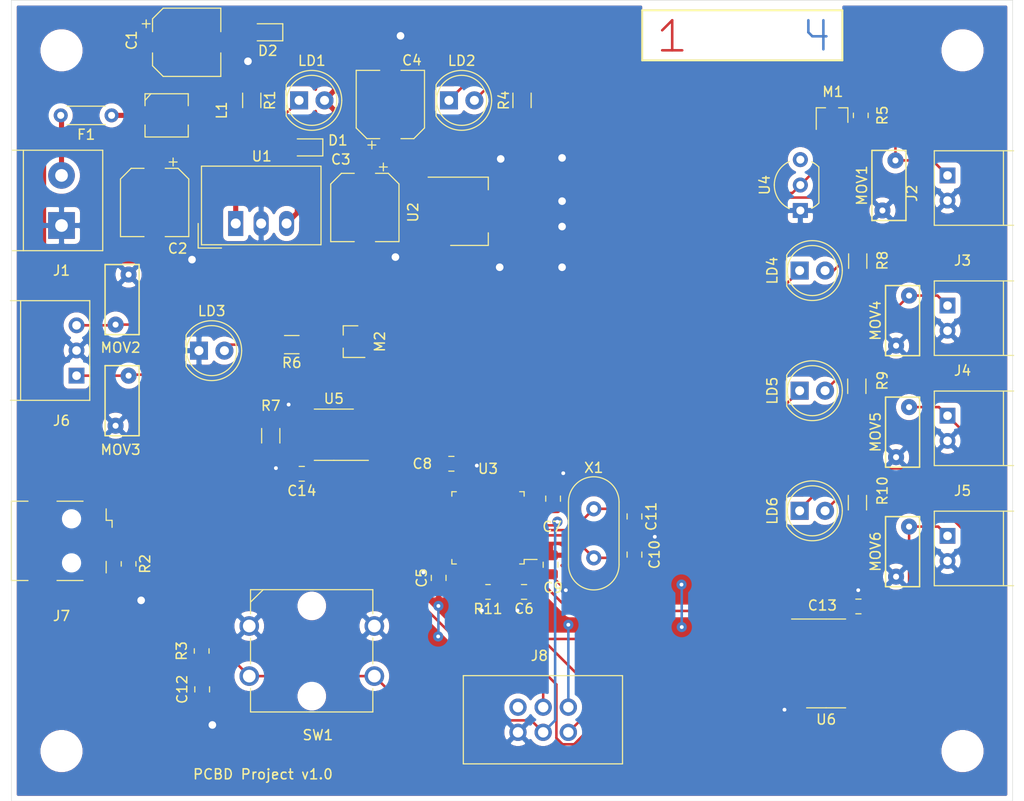
<source format=kicad_pcb>
(kicad_pcb (version 20171130) (host pcbnew "(5.1.9)-1")
  (layers (0 F.Cu signal) (31 B.Cu signal hide) (34 B.Paste user) (35 F.Paste user) (36 B.SilkS user) (37 F.SilkS user) (38 B.Mask user) (39 F.Mask user) (44 Edge.Cuts user))
  (net 0 "")
  (net 1 GND)
  (net 2 /Supply/pwr2)
  (net 3 /Supply/pwr3)
  (net 4 /Supply/pwr5)
  (net 5 +3V3)
  (net 6 "Net-(C10-Pad1)")
  (net 7 "Net-(C11-Pad1)")
  (net 8 NRST)
  (net 9 /Supply/pwr4)
  (net 10 V_USB)
  (net 11 /Supply/pwr1)
  (net 12 DQ)
  (net 13 "Net-(J3-Pad1)")
  (net 14 "Net-(J4-Pad1)")
  (net 15 "Net-(J5-Pad1)")
  (net 16 "Net-(J6-Pad3)")
  (net 17 "Net-(J6-Pad1)")
  (net 18 USB_DM)
  (net 19 USB_DP)
  (net 20 "Net-(J7-Pad4)")
  (net 21 "Net-(J8-Pad5)")
  (net 22 SWCLK)
  (net 23 SWDIO)
  (net 24 "Net-(LD1-Pad1)")
  (net 25 "Net-(LD2-Pad1)")
  (net 26 "Net-(LD2-Pad2)")
  (net 27 "Net-(LD3-Pad2)")
  (net 28 "Net-(LD4-Pad1)")
  (net 29 "Net-(LD4-Pad2)")
  (net 30 "Net-(LD5-Pad1)")
  (net 31 "Net-(LD5-Pad2)")
  (net 32 "Net-(LD6-Pad2)")
  (net 33 "Net-(LD6-Pad1)")
  (net 34 GATE)
  (net 35 TX)
  (net 36 "Net-(M2-Pad3)")
  (net 37 "Net-(R11-Pad1)")
  (net 38 "Net-(U3-Pad2)")
  (net 39 "Net-(U3-Pad3)")
  (net 40 "Net-(U3-Pad4)")
  (net 41 "Net-(U3-Pad10)")
  (net 42 "Net-(U3-Pad11)")
  (net 43 RX)
  (net 44 "Net-(U3-Pad14)")
  (net 45 DIR)
  (net 46 "Net-(U3-Pad16)")
  (net 47 "Net-(U3-Pad17)")
  (net 48 "Net-(U3-Pad20)")
  (net 49 "Net-(U3-Pad21)")
  (net 50 "Net-(U3-Pad22)")
  (net 51 "Net-(U3-Pad25)")
  (net 52 "Net-(U3-Pad26)")
  (net 53 "Net-(U3-Pad27)")
  (net 54 "Net-(U3-Pad28)")
  (net 55 FAN1_C)
  (net 56 FAN2_C)
  (net 57 ALARM_C)
  (net 58 "Net-(U3-Pad39)")
  (net 59 "Net-(U3-Pad40)")
  (net 60 "Net-(U3-Pad41)")
  (net 61 "Net-(U3-Pad42)")
  (net 62 "Net-(U3-Pad43)")
  (net 63 "Net-(U3-Pad45)")
  (net 64 "Net-(U3-Pad46)")
  (net 65 "Net-(U4-Pad3)")
  (module PCDB_project:IO3 (layer F.Cu) (at 6.5 37.5 90)
    (fp_text reference J6 (at -4.5 -1.5 180) (layer F.SilkS))
    (fp_text value Comm hide)
    (pad 1 thru_hole rect (at 0 0 90) (size 1.5748 1.5748) (drill 0.8636) (layers *.Cu *.Mask) (net 17 "Net-(J6-Pad1)"))
    (pad 2 thru_hole circle (at 2.5146 0 90) (size 1.5748 1.5748) (drill 0.8636) (layers *.Cu *.Mask) (net 1 GND))
    (pad 3 thru_hole circle (at 5.0292 0 90) (size 1.5748 1.5748) (drill 0.8636) (layers *.Cu *.Mask) (net 16 "Net-(J6-Pad3)"))
  )
  (module Package_SO:SOIC-14_3.9x8.7mm_P1.27mm (layer F.Cu) (at 81.376 66.244)
    (fp_text reference U6 (at 0 5.6) (layer F.SilkS))
    (fp_text value MC74LCX07 hide)
    (pad 1 smd roundrect (at -2.475 -3.81) (size 1.95 0.6) (layers F.Cu F.Paste F.Mask) (net 55 FAN1_C))
    (pad 2 smd roundrect (at -2.475 -2.54) (size 1.95 0.6) (layers F.Cu F.Paste F.Mask) (net 28 "Net-(LD4-Pad1)"))
    (pad 3 smd roundrect (at -2.475 -1.27) (size 1.95 0.6) (layers F.Cu F.Paste F.Mask) (net 55 FAN1_C))
    (pad 4 smd roundrect (at -2.475 0) (size 1.95 0.6) (layers F.Cu F.Paste F.Mask) (net 13 "Net-(J3-Pad1)"))
    (pad 5 smd roundrect (at -2.475 1.27) (size 1.95 0.6) (layers F.Cu F.Paste F.Mask) (net 56 FAN2_C))
    (pad 6 smd roundrect (at -2.475 2.54) (size 1.95 0.6) (layers F.Cu F.Paste F.Mask) (net 30 "Net-(LD5-Pad1)"))
    (pad 7 smd roundrect (at -2.475 3.81) (size 1.95 0.6) (layers F.Cu F.Paste F.Mask) (net 1 GND))
    (pad 8 smd roundrect (at 2.475 3.81) (size 1.95 0.6) (layers F.Cu F.Paste F.Mask) (net 14 "Net-(J4-Pad1)"))
    (pad 9 smd roundrect (at 2.475 2.54) (size 1.95 0.6) (layers F.Cu F.Paste F.Mask) (net 56 FAN2_C))
    (pad 10 smd roundrect (at 2.475 1.27) (size 1.95 0.6) (layers F.Cu F.Paste F.Mask) (net 33 "Net-(LD6-Pad1)"))
    (pad 11 smd roundrect (at 2.475 0) (size 1.95 0.6) (layers F.Cu F.Paste F.Mask) (net 57 ALARM_C))
    (pad 12 smd roundrect (at 2.475 -1.27) (size 1.95 0.6) (layers F.Cu F.Paste F.Mask) (net 15 "Net-(J5-Pad1)"))
    (pad 13 smd roundrect (at 2.475 -2.54) (size 1.95 0.6) (layers F.Cu F.Paste F.Mask) (net 57 ALARM_C))
    (pad 14 smd roundrect (at 2.475 -3.81) (size 1.95 0.6) (layers F.Cu F.Paste F.Mask) (net 5 +3V3))
  )
  (module Varistor:RV_Disc_D7mm_W3.4mm_P5mm (layer F.Cu) (at 89.662 40.64 270)
    (fp_text reference MOV5 (at 2.5 3.35 90) (layer F.SilkS))
    (fp_text value MCFT000215 hide)
    (pad 1 thru_hole circle (at 0 0 270) (size 1.6 1.6) (drill 0.6) (layers *.Cu *.Mask) (net 14 "Net-(J4-Pad1)"))
    (pad 2 thru_hole circle (at 5 1.3 270) (size 1.6 1.6) (drill 0.6) (layers *.Cu *.Mask) (net 1 GND))
  )
  (module Capacitor_SMD:C_0805_2012Metric (layer F.Cu) (at 84.6 60.552 180)
    (fp_text reference C13 (at 3.6 0.1) (layer F.SilkS))
    (fp_text value 100nF)
    (pad 1 smd roundrect (at -0.95 0 180) (size 1 1.45) (layers F.Cu F.Paste F.Mask) (net 5 +3V3))
    (pad 2 smd roundrect (at 0.95 0 180) (size 1 1.45) (layers F.Cu F.Paste F.Mask) (net 1 GND))
  )
  (module Resistor_SMD:R_0805_2012Metric (layer F.Cu) (at 84.836 11.5 270)
    (fp_text reference R5 (at 0 -2.164 90) (layer F.SilkS))
    (fp_text value 4k7)
    (pad 2 smd roundrect (at 0.9125 0 270) (size 1.025 1.4) (layers F.Cu F.Paste F.Mask) (roundrect_rratio 0.2439004878048781) (net 5 +3V3))
    (pad 1 smd roundrect (at -0.9125 0 270) (size 1.025 1.4) (layers F.Cu F.Paste F.Mask) (roundrect_rratio 0.2439004878048781) (net 12 DQ))
  )
  (module PCDB_project:Debug (layer F.Cu) (at 55.626 70.612 180)
    (fp_text reference J8 (at 2.8956 5.1308) (layer F.SilkS))
    (fp_text value Debug hide)
    (pad 5 thru_hole circle (at 5.0292 0 180) (size 1.7272 1.7272) (drill 1.0414) (layers *.Cu *.Mask) (net 21 "Net-(J8-Pad5)"))
    (pad 2 thru_hole circle (at 0 -2.5146 180) (size 1.7272 1.7272) (drill 1.0414) (layers *.Cu *.Mask) (net 22 SWCLK))
    (pad 6 thru_hole circle (at 5.0292 -2.5146 180) (size 1.7272 1.7272) (drill 1.0414) (layers *.Cu *.Mask) (net 1 GND))
    (pad 3 thru_hole circle (at 2.5146 0 180) (size 1.7272 1.7272) (drill 1.0414) (layers *.Cu *.Mask) (net 23 SWDIO))
    (pad 4 thru_hole circle (at 2.5146 -2.5146 180) (size 1.7272 1.7272) (drill 1.0414) (layers *.Cu *.Mask) (net 8 NRST))
    (pad 1 thru_hole circle (at 0 0 180) (size 1.7272 1.7272) (drill 1.0414) (layers *.Cu *.Mask) (net 5 +3V3))
  )
  (module Crystal:Crystal_HC18-U_Vertical (layer F.Cu) (at 58.166 55.7 90)
    (fp_text reference X1 (at 9 0 180) (layer F.SilkS))
    (fp_text value 8MHz hide)
    (pad 1 thru_hole circle (at 0 0 90) (size 1.5 1.5) (drill 0.8) (layers *.Cu *.Mask) (net 6 "Net-(C10-Pad1)"))
    (pad 2 thru_hole circle (at 4.9 0 90) (size 1.5 1.5) (drill 0.8) (layers *.Cu *.Mask) (net 7 "Net-(C11-Pad1)"))
  )
  (module Fiducial:Fiducial_1mm_Mask3mm (layer F.Cu) (at 90 10)
    (fp_text reference FD3 hide)
    (fp_text value Fiducial_1mm_Mask3mm hide)
    (pad "" smd circle (at 0 0) (size 1 1) (layers F.Cu F.Mask) (clearance 1))
  )
  (module Fiducial:Fiducial_1mm_Mask3mm (layer F.Cu) (at 90 70)
    (fp_text reference FD2 hide)
    (fp_text value Fiducial_1mm_Mask3mm hide)
    (pad "" smd circle (at 0 0) (size 1 1) (layers F.Cu F.Mask) (clearance 1))
  )
  (module Fiducial:Fiducial_1mm_Mask3mm (layer F.Cu) (at 10 70)
    (fp_text reference FD1 hide)
    (fp_text value Fiducial_1mm_Mask3mm hide)
    (pad "" smd circle (at 0 0) (size 1 1) (layers F.Cu F.Mask) (clearance 1))
  )
  (module MountingHole:MountingHole_3.2mm_M3 (layer F.Cu) (at 95 5)
    (fp_text reference H2 hide)
    (fp_text value MountingHole_3.2mm_M3 hide)
    (pad 1 np_thru_hole circle (at 0 0) (size 3.2 3.2) (drill 3.2) (layers *.Cu *.Mask))
  )
  (module MountingHole:MountingHole_3.2mm_M3 (layer F.Cu) (at 95 75)
    (fp_text reference H4 hide)
    (fp_text value MountingHole_3.2mm_M3 hide)
    (pad 1 np_thru_hole circle (at 0 0) (size 3.2 3.2) (drill 3.2) (layers *.Cu *.Mask))
  )
  (module MountingHole:MountingHole_3.2mm_M3 (layer F.Cu) (at 5 75)
    (fp_text reference H3 hide)
    (fp_text value MountingHole_3.2mm_M3 hide)
    (pad 1 np_thru_hole circle (at 0 0) (size 3.2 3.2) (drill 3.2) (layers *.Cu *.Mask))
  )
  (module MountingHole:MountingHole_3.2mm_M3 (layer F.Cu) (at 5 5)
    (fp_text reference H1 hide)
    (fp_text value MountingHole_3.2mm_M3 hide)
    (pad 1 np_thru_hole circle (at 0 0) (size 3.2 3.2) (drill 3.2) (layers *.Cu *.Mask))
  )
  (module Capacitor_SMD:CP_Elec_6.3x5.8 (layer F.Cu) (at 17.5 4.2)
    (fp_text reference C1 (at -5.5 -0.2 90) (layer F.SilkS))
    (fp_text value 10uF)
    (pad 2 smd roundrect (at 2.7 0) (size 3.5 1.6) (layers F.Cu F.Paste F.Mask) (roundrect_rratio 0.15625) (net 1 GND))
    (pad 1 smd roundrect (at -2.7 0) (size 3.5 1.6) (layers F.Cu F.Paste F.Mask) (roundrect_rratio 0.15625) (net 2 /Supply/pwr2))
  )
  (module Capacitor_SMD:CP_Elec_6.3x5.8 (layer F.Cu) (at 14.3 20.2 270)
    (fp_text reference C2 (at 4.6 -2.3 180) (layer F.SilkS))
    (fp_text value 10uF)
    (pad 2 smd roundrect (at 2.7 0 270) (size 3.5 1.6) (layers F.Cu F.Paste F.Mask) (roundrect_rratio 0.15625) (net 1 GND))
    (pad 1 smd roundrect (at -2.7 0 270) (size 3.5 1.6) (layers F.Cu F.Paste F.Mask) (roundrect_rratio 0.15625) (net 3 /Supply/pwr3))
  )
  (module Capacitor_SMD:CP_Elec_6.3x5.8 (layer F.Cu) (at 35.3 20.7 270)
    (fp_text reference C3 (at -4.8 2.4 180) (layer F.SilkS))
    (fp_text value 10uF)
    (pad 1 smd roundrect (at -2.7 0 270) (size 3.5 1.6) (layers F.Cu F.Paste F.Mask) (roundrect_rratio 0.15625) (net 4 /Supply/pwr5))
    (pad 2 smd roundrect (at 2.7 0 270) (size 3.5 1.6) (layers F.Cu F.Paste F.Mask) (roundrect_rratio 0.15625) (net 1 GND))
  )
  (module Capacitor_SMD:CP_Elec_6.3x5.8 (layer F.Cu) (at 37.846 10.414 90)
    (fp_text reference C4 (at 4.414 2.154 180) (layer F.SilkS))
    (fp_text value 10uF)
    (pad 1 smd roundrect (at -2.7 0 90) (size 3.5 1.6) (layers F.Cu F.Paste F.Mask) (roundrect_rratio 0.15625) (net 5 +3V3))
    (pad 2 smd roundrect (at 2.7 0 90) (size 3.5 1.6) (layers F.Cu F.Paste F.Mask) (roundrect_rratio 0.15625) (net 1 GND))
  )
  (module Capacitor_SMD:C_0805_2012Metric (layer F.Cu) (at 42.672 57.7 90)
    (fp_text reference C5 (at 0 -1.7 90) (layer F.SilkS))
    (fp_text value 100nF)
    (pad 2 smd roundrect (at 0.95 0 90) (size 1 1.45) (layers F.Cu F.Paste F.Mask) (net 1 GND))
    (pad 1 smd roundrect (at -0.95 0 90) (size 1 1.45) (layers F.Cu F.Paste F.Mask) (net 5 +3V3))
  )
  (module Capacitor_SMD:C_0805_2012Metric (layer F.Cu) (at 51.2 59.1 180)
    (fp_text reference C6 (at 0 -1.68) (layer F.SilkS))
    (fp_text value 100nF)
    (pad 1 smd roundrect (at -0.95 0 180) (size 1 1.45) (layers F.Cu F.Paste F.Mask) (net 5 +3V3))
    (pad 2 smd roundrect (at 0.95 0 180) (size 1 1.45) (layers F.Cu F.Paste F.Mask) (net 1 GND))
  )
  (module Capacitor_SMD:C_0805_2012Metric (layer F.Cu) (at 54.102 49.784 270)
    (fp_text reference C7 (at 2.8 0.1) (layer F.SilkS))
    (fp_text value 100nF)
    (pad 1 smd roundrect (at -0.95 0 270) (size 1 1.45) (layers F.Cu F.Paste F.Mask) (net 5 +3V3))
    (pad 2 smd roundrect (at 0.95 0 270) (size 1 1.45) (layers F.Cu F.Paste F.Mask) (net 1 GND))
  )
  (module Capacitor_SMD:C_0805_2012Metric (layer F.Cu) (at 43.942 46.3)
    (fp_text reference C8 (at -2.9 0) (layer F.SilkS))
    (fp_text value 100nF)
    (pad 2 smd roundrect (at 0.95 0) (size 1 1.45) (layers F.Cu F.Paste F.Mask) (net 1 GND))
    (pad 1 smd roundrect (at -0.95 0) (size 1 1.45) (layers F.Cu F.Paste F.Mask) (net 5 +3V3))
  )
  (module Capacitor_SMD:C_0805_2012Metric (layer F.Cu) (at 53.848 56.388 270)
    (fp_text reference C9 (at 2.286 -0.254 180) (layer F.SilkS))
    (fp_text value 100nF)
    (pad 1 smd roundrect (at -0.95 0 270) (size 1 1.45) (layers F.Cu F.Paste F.Mask) (net 5 +3V3))
    (pad 2 smd roundrect (at 0.95 0 270) (size 1 1.45) (layers F.Cu F.Paste F.Mask) (net 1 GND))
  )
  (module Capacitor_SMD:C_0805_2012Metric (layer F.Cu) (at 62.23 55.372 90)
    (fp_text reference C10 (at 0 2 90) (layer F.SilkS))
    (fp_text value 20pF)
    (pad 2 smd roundrect (at 0.95 0 90) (size 1 1.45) (layers F.Cu F.Paste F.Mask) (net 1 GND))
    (pad 1 smd roundrect (at -0.95 0 90) (size 1 1.45) (layers F.Cu F.Paste F.Mask) (net 6 "Net-(C10-Pad1)"))
  )
  (module Capacitor_SMD:C_0805_2012Metric (layer F.Cu) (at 62.23 51.562 270)
    (fp_text reference C11 (at 0 -1.68 90) (layer F.SilkS))
    (fp_text value 20pF)
    (pad 1 smd roundrect (at -0.95 0 270) (size 1 1.45) (layers F.Cu F.Paste F.Mask) (net 7 "Net-(C11-Pad1)"))
    (pad 2 smd roundrect (at 0.95 0 270) (size 1 1.45) (layers F.Cu F.Paste F.Mask) (net 1 GND))
  )
  (module Capacitor_SMD:C_0805_2012Metric (layer F.Cu) (at 19.05 68.834 270)
    (fp_text reference C12 (at 0 2 90) (layer F.SilkS))
    (fp_text value 100nF)
    (pad 2 smd roundrect (at 0.95 0 270) (size 1 1.45) (layers F.Cu F.Paste F.Mask) (net 1 GND))
    (pad 1 smd roundrect (at -0.95 0 270) (size 1 1.45) (layers F.Cu F.Paste F.Mask) (net 8 NRST))
  )
  (module Capacitor_SMD:C_0805_2012Metric (layer F.Cu) (at 29 47.3 180)
    (fp_text reference C14 (at 0 -1.7) (layer F.SilkS))
    (fp_text value 100nF)
    (pad 2 smd roundrect (at 0.95 0 180) (size 1 1.45) (layers F.Cu F.Paste F.Mask) (net 1 GND))
    (pad 1 smd roundrect (at -0.95 0 180) (size 1 1.45) (layers F.Cu F.Paste F.Mask) (net 5 +3V3))
  )
  (module Diode_SMD:D_SOD-323 (layer F.Cu) (at 29.6 14.7 180)
    (fp_text reference D1 (at -3 0.7) (layer F.SilkS))
    (fp_text value BAT60J hide)
    (pad 1 smd rect (at -1.05 0 180) (size 0.6 0.45) (layers F.Cu F.Paste F.Mask) (net 4 /Supply/pwr5))
    (pad 2 smd rect (at 1.05 0 180) (size 0.6 0.45) (layers F.Cu F.Paste F.Mask) (net 9 /Supply/pwr4))
  )
  (module Diode_SMD:D_SOD-323 (layer F.Cu) (at 25.6 3.2 180)
    (fp_text reference D2 (at 0 -1.85) (layer F.SilkS))
    (fp_text value BAT60J hide)
    (pad 2 smd rect (at 1.05 0 180) (size 0.6 0.45) (layers F.Cu F.Paste F.Mask) (net 10 V_USB))
    (pad 1 smd rect (at -1.05 0 180) (size 0.6 0.45) (layers F.Cu F.Paste F.Mask) (net 4 /Supply/pwr5))
  )
  (module Resistor_THT:R_Axial_DIN0204_L3.6mm_D1.6mm_P5.08mm_Horizontal (layer F.Cu) (at 10 11.5 180)
    (fp_text reference F1 (at 2.54 -1.92) (layer F.SilkS))
    (fp_text value 250mA hide)
    (pad 1 thru_hole circle (at 0 0 180) (size 1.4 1.4) (drill 0.7) (layers *.Cu *.Mask) (net 2 /Supply/pwr2))
    (pad 2 thru_hole oval (at 5.08 0 180) (size 1.4 1.4) (drill 0.7) (layers *.Cu *.Mask) (net 11 /Supply/pwr1))
  )
  (module PCDB_project:Power (layer F.Cu) (at 5 22.5 90)
    (fp_text reference J1 (at -4.5 0 180) (layer F.SilkS))
    (fp_text value Power hide)
    (pad 2 thru_hole circle (at 5.0038 0 90) (size 2.667 2.667) (drill 1.27) (layers *.Cu *.Mask) (net 11 /Supply/pwr1))
    (pad 1 thru_hole rect (at 0 0 90) (size 2.667 2.667) (drill 1.27) (layers *.Cu *.Mask) (net 1 GND))
  )
  (module PCDB_project:IO2 (layer F.Cu) (at 93.5 17.5 270)
    (fp_text reference J2 (at 1.778 3.548 90) (layer F.SilkS))
    (fp_text value 22-05-7025 hide)
    (pad 2 thru_hole circle (at 2.5146 0 270) (size 1.5748 1.5748) (drill 0.8636) (layers *.Cu *.Mask) (net 1 GND))
    (pad 1 thru_hole rect (at 0 0 270) (size 1.5748 1.5748) (drill 0.8636) (layers *.Cu *.Mask) (net 12 DQ))
  )
  (module PCDB_project:IO2 (layer F.Cu) (at 93.5 30.5 270)
    (fp_text reference J3 (at -4.5 -1.5 180) (layer F.SilkS))
    (fp_text value 22-05-7025 hide)
    (pad 1 thru_hole rect (at 0 0 270) (size 1.5748 1.5748) (drill 0.8636) (layers *.Cu *.Mask) (net 13 "Net-(J3-Pad1)"))
    (pad 2 thru_hole circle (at 2.5146 0 270) (size 1.5748 1.5748) (drill 0.8636) (layers *.Cu *.Mask) (net 1 GND))
  )
  (module PCDB_project:IO2 (layer F.Cu) (at 93.5 41.5 270)
    (fp_text reference J4 (at -4.5 -1.5 180) (layer F.SilkS))
    (fp_text value 22-05-7025 hide)
    (pad 2 thru_hole circle (at 2.5146 0 270) (size 1.5748 1.5748) (drill 0.8636) (layers *.Cu *.Mask) (net 1 GND))
    (pad 1 thru_hole rect (at 0 0 270) (size 1.5748 1.5748) (drill 0.8636) (layers *.Cu *.Mask) (net 14 "Net-(J4-Pad1)"))
  )
  (module PCDB_project:IO2 (layer F.Cu) (at 93.5 53.5 270)
    (fp_text reference J5 (at -4.5 -1.5 180) (layer F.SilkS))
    (fp_text value 22-05-7025 hide)
    (pad 1 thru_hole rect (at 0 0 270) (size 1.5748 1.5748) (drill 0.8636) (layers *.Cu *.Mask) (net 15 "Net-(J5-Pad1)"))
    (pad 2 thru_hole circle (at 2.5146 0 270) (size 1.5748 1.5748) (drill 0.8636) (layers *.Cu *.Mask) (net 1 GND))
  )
  (module Connector_USB:USB_Mini-B_Wuerth_65100516121_Horizontal (layer F.Cu) (at 6 54 270)
    (fp_text reference J7 (at 7.5 1 180) (layer F.SilkS))
    (fp_text value USB_B_Mini hide)
    (pad 6 smd rect (at -4.4 2.9 270) (size 2 2.5) (layers F.Cu F.Paste F.Mask) (net 1 GND))
    (pad 6 smd rect (at 4.4 2.9 270) (size 2 2.5) (layers F.Cu F.Paste F.Mask) (net 1 GND))
    (pad 6 smd rect (at -4.4 -2.6 270) (size 2 2.5) (layers F.Cu F.Paste F.Mask) (net 1 GND))
    (pad 6 smd rect (at 4.4 -2.6 270) (size 2 2.5) (layers F.Cu F.Paste F.Mask) (net 1 GND))
    (pad 1 smd rect (at -1.6 -2.6 270) (size 0.5 2.5) (layers F.Cu F.Paste F.Mask) (net 10 V_USB))
    (pad 2 smd rect (at -0.8 -2.6 270) (size 0.5 2.5) (layers F.Cu F.Paste F.Mask) (net 18 USB_DM))
    (pad 3 smd rect (at 0 -2.6 270) (size 0.5 2.5) (layers F.Cu F.Paste F.Mask) (net 19 USB_DP))
    (pad 4 smd rect (at 0.8 -2.6 270) (size 0.5 2.5) (layers F.Cu F.Paste F.Mask) (net 20 "Net-(J7-Pad4)"))
    (pad 5 smd rect (at 1.6 -2.6 270) (size 0.5 2.5) (layers F.Cu F.Paste F.Mask) (net 1 GND))
    (pad "" np_thru_hole circle (at -2.2 0 270) (size 0.9 0.9) (drill 0.9) (layers *.Cu *.Mask))
    (pad "" np_thru_hole circle (at 2.2 0 270) (size 0.9 0.9) (drill 0.9) (layers *.Cu *.Mask))
  )
  (module PCDB_project:tck141 (layer F.Cu) (at 15.5 11.5)
    (fp_text reference L1 (at 5.5 -0.5 90) (layer F.SilkS))
    (fp_text value 5.6uH)
    (pad 1 smd rect (at -2.032 -0.0254) (size 1.905 1.4986) (layers F.Cu F.Paste F.Mask) (net 2 /Supply/pwr2))
    (pad 2 smd rect (at 2.032 0.0254) (size 1.905 1.4986) (layers F.Cu F.Paste F.Mask) (net 3 /Supply/pwr3))
  )
  (module LED_THT:LED_D5.0mm (layer F.Cu) (at 28.73 10)
    (fp_text reference LD1 (at 1.27 -3.96) (layer F.SilkS))
    (fp_text value Red)
    (pad 2 thru_hole circle (at 2.54 0) (size 1.8 1.8) (drill 0.9) (layers *.Cu *.Mask) (net 5 +3V3))
    (pad 1 thru_hole rect (at 0 0) (size 1.8 1.8) (drill 0.9) (layers *.Cu *.Mask) (net 24 "Net-(LD1-Pad1)"))
  )
  (module LED_THT:LED_D5.0mm (layer F.Cu) (at 43.7 10)
    (fp_text reference LD2 (at 1.27 -3.96) (layer F.SilkS))
    (fp_text value YELLOW)
    (pad 1 thru_hole rect (at 0 0) (size 1.8 1.8) (drill 0.9) (layers *.Cu *.Mask) (net 25 "Net-(LD2-Pad1)"))
    (pad 2 thru_hole circle (at 2.54 0) (size 1.8 1.8) (drill 0.9) (layers *.Cu *.Mask) (net 26 "Net-(LD2-Pad2)"))
  )
  (module LED_THT:LED_D5.0mm (layer F.Cu) (at 18.73 35)
    (fp_text reference LD3 (at 1.27 -3.96) (layer F.SilkS))
    (fp_text value Green)
    (pad 2 thru_hole circle (at 2.54 0) (size 1.8 1.8) (drill 0.9) (layers *.Cu *.Mask) (net 27 "Net-(LD3-Pad2)"))
    (pad 1 thru_hole rect (at 0 0) (size 1.8 1.8) (drill 0.9) (layers *.Cu *.Mask) (net 1 GND))
  )
  (module LED_THT:LED_D5.0mm (layer F.Cu) (at 78.73 27)
    (fp_text reference LD4 (at -2.73 0 90) (layer F.SilkS))
    (fp_text value Yellow)
    (pad 1 thru_hole rect (at 0 0) (size 1.8 1.8) (drill 0.9) (layers *.Cu *.Mask) (net 28 "Net-(LD4-Pad1)"))
    (pad 2 thru_hole circle (at 2.54 0) (size 1.8 1.8) (drill 0.9) (layers *.Cu *.Mask) (net 29 "Net-(LD4-Pad2)"))
  )
  (module LED_THT:LED_D5.0mm (layer F.Cu) (at 78.73 39)
    (fp_text reference LD5 (at -2.73 0 90) (layer F.SilkS))
    (fp_text value Yellow)
    (pad 1 thru_hole rect (at 0 0) (size 1.8 1.8) (drill 0.9) (layers *.Cu *.Mask) (net 30 "Net-(LD5-Pad1)"))
    (pad 2 thru_hole circle (at 2.54 0) (size 1.8 1.8) (drill 0.9) (layers *.Cu *.Mask) (net 31 "Net-(LD5-Pad2)"))
  )
  (module LED_THT:LED_D5.0mm (layer F.Cu) (at 78.73 51)
    (fp_text reference LD6 (at -2.73 0 90) (layer F.SilkS))
    (fp_text value Red)
    (pad 2 thru_hole circle (at 2.54 0) (size 1.8 1.8) (drill 0.9) (layers *.Cu *.Mask) (net 32 "Net-(LD6-Pad2)"))
    (pad 1 thru_hole rect (at 0 0) (size 1.8 1.8) (drill 0.9) (layers *.Cu *.Mask) (net 33 "Net-(LD6-Pad1)"))
  )
  (module Package_TO_SOT_SMD:SOT-23 (layer F.Cu) (at 81.968 11.5 90)
    (fp_text reference M1 (at 2.356 0.074 180) (layer F.SilkS))
    (fp_text value BSS84 hide)
    (pad 3 smd rect (at 1 0 90) (size 0.9 0.8) (layers F.Cu F.Paste F.Mask) (net 12 DQ))
    (pad 2 smd rect (at -1 0.95 90) (size 0.9 0.8) (layers F.Cu F.Paste F.Mask) (net 5 +3V3))
    (pad 1 smd rect (at -1 -0.95 90) (size 0.9 0.8) (layers F.Cu F.Paste F.Mask) (net 34 GATE))
  )
  (module Package_TO_SOT_SMD:SOT-23 (layer F.Cu) (at 33.9 34.1 180)
    (fp_text reference M2 (at -2.9 0 90) (layer F.SilkS))
    (fp_text value BSS84 hide)
    (pad 1 smd rect (at -1 -0.95 180) (size 0.9 0.8) (layers F.Cu F.Paste F.Mask) (net 35 TX))
    (pad 2 smd rect (at -1 0.95 180) (size 0.9 0.8) (layers F.Cu F.Paste F.Mask) (net 5 +3V3))
    (pad 3 smd rect (at 1 0 180) (size 0.9 0.8) (layers F.Cu F.Paste F.Mask) (net 36 "Net-(M2-Pad3)"))
  )
  (module Varistor:RV_Disc_D7mm_W3.4mm_P5mm (layer F.Cu) (at 88.3 16 270)
    (fp_text reference MOV1 (at 2.5 3.35 90) (layer F.SilkS))
    (fp_text value MCFT000215 hide)
    (pad 2 thru_hole circle (at 5 1.3 270) (size 1.6 1.6) (drill 0.6) (layers *.Cu *.Mask) (net 1 GND))
    (pad 1 thru_hole circle (at 0 0 270) (size 1.6 1.6) (drill 0.6) (layers *.Cu *.Mask) (net 12 DQ))
  )
  (module Varistor:RV_Disc_D7mm_W3.4mm_P5mm (layer F.Cu) (at 10.4 32.4 90)
    (fp_text reference MOV2 (at -2.3 0.5 180) (layer F.SilkS))
    (fp_text value MCFT000215 hide)
    (pad 1 thru_hole circle (at 0 0 90) (size 1.6 1.6) (drill 0.6) (layers *.Cu *.Mask) (net 16 "Net-(J6-Pad3)"))
    (pad 2 thru_hole circle (at 5 1.3 90) (size 1.6 1.6) (drill 0.6) (layers *.Cu *.Mask) (net 1 GND))
  )
  (module Varistor:RV_Disc_D7mm_W3.4mm_P5mm (layer F.Cu) (at 11.7 37.5 270)
    (fp_text reference MOV3 (at 7.4 0.8 180) (layer F.SilkS))
    (fp_text value MCFT000215 hide)
    (pad 2 thru_hole circle (at 5 1.3 270) (size 1.6 1.6) (drill 0.6) (layers *.Cu *.Mask) (net 1 GND))
    (pad 1 thru_hole circle (at 0 0 270) (size 1.6 1.6) (drill 0.6) (layers *.Cu *.Mask) (net 17 "Net-(J6-Pad1)"))
  )
  (module Varistor:RV_Disc_D7mm_W3.4mm_P5mm (layer F.Cu) (at 89.662 29.5 270)
    (fp_text reference MOV4 (at 2.5 3.35 90) (layer F.SilkS))
    (fp_text value MCFT000215)
    (pad 1 thru_hole circle (at 0 0 270) (size 1.6 1.6) (drill 0.6) (layers *.Cu *.Mask) (net 13 "Net-(J3-Pad1)"))
    (pad 2 thru_hole circle (at 5 1.3 270) (size 1.6 1.6) (drill 0.6) (layers *.Cu *.Mask) (net 1 GND))
  )
  (module Varistor:RV_Disc_D7mm_W3.4mm_P5mm (layer F.Cu) (at 89.662 52.578 270)
    (fp_text reference MOV6 (at 2.5 3.35 90) (layer F.SilkS))
    (fp_text value MCFT000215 hide)
    (pad 2 thru_hole circle (at 5 1.3 270) (size 1.6 1.6) (drill 0.6) (layers *.Cu *.Mask) (net 1 GND))
    (pad 1 thru_hole circle (at 0 0 270) (size 1.6 1.6) (drill 0.6) (layers *.Cu *.Mask) (net 15 "Net-(J5-Pad1)"))
  )
  (module Resistor_SMD:R_1206_3216Metric (layer F.Cu) (at 24 10 270)
    (fp_text reference R1 (at 0 -1.82 90) (layer F.SilkS))
    (fp_text value 330R)
    (pad 1 smd roundrect (at -1.4625 0 270) (size 1.125 1.75) (layers F.Cu F.Paste F.Mask) (roundrect_rratio 0.2222204444444444) (net 1 GND))
    (pad 2 smd roundrect (at 1.4625 0 270) (size 1.125 1.75) (layers F.Cu F.Paste F.Mask) (roundrect_rratio 0.2222204444444444) (net 24 "Net-(LD1-Pad1)"))
  )
  (module Resistor_SMD:R_0805_2012Metric (layer F.Cu) (at 11.7 56.3 270)
    (fp_text reference R2 (at 0 -1.65 90) (layer F.SilkS))
    (fp_text value 100k)
    (pad 1 smd roundrect (at -0.9125 0 270) (size 1.025 1.4) (layers F.Cu F.Paste F.Mask) (roundrect_rratio 0.2439004878048781) (net 20 "Net-(J7-Pad4)"))
    (pad 2 smd roundrect (at 0.9125 0 270) (size 1.025 1.4) (layers F.Cu F.Paste F.Mask) (roundrect_rratio 0.2439004878048781) (net 1 GND))
  )
  (module Resistor_SMD:R_0805_2012Metric (layer F.Cu) (at 19 65 270)
    (fp_text reference R3 (at 0 2 90) (layer F.SilkS))
    (fp_text value 4k7)
    (pad 1 smd roundrect (at -0.9125 0 270) (size 1.025 1.4) (layers F.Cu F.Paste F.Mask) (roundrect_rratio 0.2439004878048781) (net 5 +3V3))
    (pad 2 smd roundrect (at 0.9125 0 270) (size 1.025 1.4) (layers F.Cu F.Paste F.Mask) (roundrect_rratio 0.2439004878048781) (net 8 NRST))
  )
  (module Resistor_SMD:R_1206_3216Metric (layer F.Cu) (at 51 10 90)
    (fp_text reference R4 (at 0 -1.82 90) (layer F.SilkS))
    (fp_text value 330R)
    (pad 2 smd roundrect (at 1.4625 0 90) (size 1.125 1.75) (layers F.Cu F.Paste F.Mask) (roundrect_rratio 0.2222204444444444) (net 26 "Net-(LD2-Pad2)"))
    (pad 1 smd roundrect (at -1.4625 0 90) (size 1.125 1.75) (layers F.Cu F.Paste F.Mask) (roundrect_rratio 0.2222204444444444) (net 5 +3V3))
  )
  (module Resistor_SMD:R_1206_3216Metric (layer F.Cu) (at 28 34.4 180)
    (fp_text reference R6 (at 0 -1.82) (layer F.SilkS))
    (fp_text value 330R)
    (pad 2 smd roundrect (at 1.4625 0 180) (size 1.125 1.75) (layers F.Cu F.Paste F.Mask) (roundrect_rratio 0.2222204444444444) (net 27 "Net-(LD3-Pad2)"))
    (pad 1 smd roundrect (at -1.4625 0 180) (size 1.125 1.75) (layers F.Cu F.Paste F.Mask) (roundrect_rratio 0.2222204444444444) (net 36 "Net-(M2-Pad3)"))
  )
  (module Resistor_SMD:R_1206_3216Metric (layer F.Cu) (at 25.9 43.5 90)
    (fp_text reference R7 (at 3 0 180) (layer F.SilkS))
    (fp_text value 120R)
    (pad 1 smd roundrect (at -1.4625 0 90) (size 1.125 1.75) (layers F.Cu F.Paste F.Mask) (roundrect_rratio 0.2222204444444444) (net 17 "Net-(J6-Pad1)"))
    (pad 2 smd roundrect (at 1.4625 0 90) (size 1.125 1.75) (layers F.Cu F.Paste F.Mask) (roundrect_rratio 0.2222204444444444) (net 16 "Net-(J6-Pad3)"))
  )
  (module Resistor_SMD:R_1206_3216Metric (layer F.Cu) (at 84.532 26.056 90)
    (fp_text reference R8 (at 0.056 2.468 90) (layer F.SilkS))
    (fp_text value 330R)
    (pad 1 smd roundrect (at -1.4625 0 90) (size 1.125 1.75) (layers F.Cu F.Paste F.Mask) (roundrect_rratio 0.2222204444444444) (net 5 +3V3))
    (pad 2 smd roundrect (at 1.4625 0 90) (size 1.125 1.75) (layers F.Cu F.Paste F.Mask) (roundrect_rratio 0.2222204444444444) (net 29 "Net-(LD4-Pad2)"))
  )
  (module Resistor_SMD:R_1206_3216Metric (layer F.Cu) (at 84.44 38.556 90)
    (fp_text reference R9 (at 0.556 2.56 90) (layer F.SilkS))
    (fp_text value 330R)
    (pad 2 smd roundrect (at 1.4625 0 90) (size 1.125 1.75) (layers F.Cu F.Paste F.Mask) (roundrect_rratio 0.2222204444444444) (net 31 "Net-(LD5-Pad2)"))
    (pad 1 smd roundrect (at -1.4625 0 90) (size 1.125 1.75) (layers F.Cu F.Paste F.Mask) (roundrect_rratio 0.2222204444444444) (net 5 +3V3))
  )
  (module Resistor_SMD:R_1206_3216Metric (layer F.Cu) (at 84.502 50.186 90)
    (fp_text reference R10 (at 1.186 2.498 90) (layer F.SilkS))
    (fp_text value 330R)
    (pad 1 smd roundrect (at -1.4625 0 90) (size 1.125 1.75) (layers F.Cu F.Paste F.Mask) (roundrect_rratio 0.2222204444444444) (net 5 +3V3))
    (pad 2 smd roundrect (at 1.4625 0 90) (size 1.125 1.75) (layers F.Cu F.Paste F.Mask) (roundrect_rratio 0.2222204444444444) (net 32 "Net-(LD6-Pad2)"))
  )
  (module Resistor_SMD:R_0805_2012Metric (layer F.Cu) (at 47.6 59.1 180)
    (fp_text reference R11 (at 0 -1.7) (layer F.SilkS))
    (fp_text value 100k)
    (pad 2 smd roundrect (at 0.9125 0 180) (size 1.025 1.4) (layers F.Cu F.Paste F.Mask) (roundrect_rratio 0.2439004878048781) (net 1 GND))
    (pad 1 smd roundrect (at -0.9125 0 180) (size 1.025 1.4) (layers F.Cu F.Paste F.Mask) (roundrect_rratio 0.2439004878048781) (net 37 "Net-(R11-Pad1)"))
  )
  (module PCDB_project:B3F-4000 (layer F.Cu) (at 23.7516 62.5066)
    (fp_text reference SW1 (at 6.858 10.8966) (layer F.SilkS))
    (fp_text value Reset hide)
    (pad 2 thru_hole circle (at 12.4968 5.0038) (size 1.9558 1.9558) (drill 1.27) (layers *.Cu *.Mask) (net 8 NRST))
    (pad 1 thru_hole circle (at 12.4968 0) (size 1.9558 1.9558) (drill 1.27) (layers *.Cu *.Mask) (net 1 GND))
    (pad 2 thru_hole circle (at 0 5.0038) (size 1.9558 1.9558) (drill 1.27) (layers *.Cu *.Mask) (net 8 NRST))
    (pad "" np_thru_hole circle (at 6.2484 7.0104) (size 1.8542 1.8542) (drill 1.8542) (layers *.Cu *.Mask))
    (pad "" np_thru_hole circle (at 6.2484 -2.0066) (size 1.8542 1.8542) (drill 1.8542) (layers *.Cu *.Mask))
    (pad 1 thru_hole circle (at 0 0) (size 1.9558 1.9558) (drill 1.27) (layers *.Cu *.Mask) (net 1 GND))
  )
  (module Converter_DCDC:Converter_DCDC_TRACO_TSR-1_THT (layer F.Cu) (at 22.4 22.3)
    (fp_text reference U1 (at 2.6 -6.71) (layer F.SilkS))
    (fp_text value TSR_1-2450 hide)
    (pad 1 thru_hole rect (at 0 0) (size 1.5 2.5) (drill 1) (layers *.Cu *.Mask) (net 3 /Supply/pwr3))
    (pad 2 thru_hole oval (at 2.54 0) (size 1.5 2.5) (drill 1) (layers *.Cu *.Mask) (net 1 GND))
    (pad 3 thru_hole oval (at 5.08 0) (size 1.5 2.5) (drill 1) (layers *.Cu *.Mask) (net 9 /Supply/pwr4))
  )
  (module Package_TO_SOT_SMD:SOT-223-3_TabPin2 (layer F.Cu) (at 45.72 21.082)
    (fp_text reference U2 (at -5.6 0.1 270) (layer F.SilkS))
    (fp_text value UA78M33 hide)
    (pad 2 smd rect (at 3.15 0) (size 2 3.8) (layers F.Cu F.Paste F.Mask) (net 1 GND))
    (pad 2 smd rect (at -3.15 0) (size 2 1.5) (layers F.Cu F.Paste F.Mask) (net 1 GND))
    (pad 3 smd rect (at -3.15 2.3) (size 2 1.5) (layers F.Cu F.Paste F.Mask) (net 5 +3V3))
    (pad 1 smd rect (at -3.15 -2.3) (size 2 1.5) (layers F.Cu F.Paste F.Mask) (net 4 /Supply/pwr5))
  )
  (module Package_QFP:LQFP-48_7x7mm_P0.5mm (layer F.Cu) (at 47.6 52.7 180)
    (fp_text reference U3 (at 0 5.9) (layer F.SilkS))
    (fp_text value STM32F103CBT6 hide)
    (pad 48 smd roundrect (at -2.75 -4.1625 180) (size 0.3 1.475) (layers F.Cu F.Paste F.Mask) (net 5 +3V3))
    (pad 47 smd roundrect (at -2.25 -4.1625 180) (size 0.3 1.475) (layers F.Cu F.Paste F.Mask) (net 1 GND))
    (pad 46 smd roundrect (at -1.75 -4.1625 180) (size 0.3 1.475) (layers F.Cu F.Paste F.Mask) (net 64 "Net-(U3-Pad46)"))
    (pad 45 smd roundrect (at -1.25 -4.1625 180) (size 0.3 1.475) (layers F.Cu F.Paste F.Mask) (net 63 "Net-(U3-Pad45)"))
    (pad 44 smd roundrect (at -0.75 -4.1625 180) (size 0.3 1.475) (layers F.Cu F.Paste F.Mask) (net 37 "Net-(R11-Pad1)"))
    (pad 43 smd roundrect (at -0.25 -4.1625 180) (size 0.3 1.475) (layers F.Cu F.Paste F.Mask) (net 62 "Net-(U3-Pad43)"))
    (pad 42 smd roundrect (at 0.25 -4.1625 180) (size 0.3 1.475) (layers F.Cu F.Paste F.Mask) (net 61 "Net-(U3-Pad42)"))
    (pad 41 smd roundrect (at 0.75 -4.1625 180) (size 0.3 1.475) (layers F.Cu F.Paste F.Mask) (net 60 "Net-(U3-Pad41)"))
    (pad 40 smd roundrect (at 1.25 -4.1625 180) (size 0.3 1.475) (layers F.Cu F.Paste F.Mask) (net 59 "Net-(U3-Pad40)"))
    (pad 39 smd roundrect (at 1.75 -4.1625 180) (size 0.3 1.475) (layers F.Cu F.Paste F.Mask) (net 58 "Net-(U3-Pad39)"))
    (pad 38 smd roundrect (at 2.25 -4.1625 180) (size 0.3 1.475) (layers F.Cu F.Paste F.Mask) (net 57 ALARM_C))
    (pad 37 smd roundrect (at 2.75 -4.1625 180) (size 0.3 1.475) (layers F.Cu F.Paste F.Mask) (net 22 SWCLK))
    (pad 36 smd roundrect (at 4.1625 -2.75 180) (size 1.475 0.3) (layers F.Cu F.Paste F.Mask) (net 5 +3V3))
    (pad 35 smd roundrect (at 4.1625 -2.25 180) (size 1.475 0.3) (layers F.Cu F.Paste F.Mask) (net 1 GND))
    (pad 34 smd roundrect (at 4.1625 -1.75 180) (size 1.475 0.3) (layers F.Cu F.Paste F.Mask) (net 23 SWDIO))
    (pad 33 smd roundrect (at 4.1625 -1.25 180) (size 1.475 0.3) (layers F.Cu F.Paste F.Mask) (net 19 USB_DP))
    (pad 32 smd roundrect (at 4.1625 -0.75 180) (size 1.475 0.3) (layers F.Cu F.Paste F.Mask) (net 18 USB_DM))
    (pad 31 smd roundrect (at 4.1625 -0.25 180) (size 1.475 0.3) (layers F.Cu F.Paste F.Mask) (net 56 FAN2_C))
    (pad 30 smd roundrect (at 4.1625 0.25 180) (size 1.475 0.3) (layers F.Cu F.Paste F.Mask) (net 55 FAN1_C))
    (pad 29 smd roundrect (at 4.1625 0.75 180) (size 1.475 0.3) (layers F.Cu F.Paste F.Mask) (net 25 "Net-(LD2-Pad1)"))
    (pad 28 smd roundrect (at 4.1625 1.25 180) (size 1.475 0.3) (layers F.Cu F.Paste F.Mask) (net 54 "Net-(U3-Pad28)"))
    (pad 27 smd roundrect (at 4.1625 1.75 180) (size 1.475 0.3) (layers F.Cu F.Paste F.Mask) (net 53 "Net-(U3-Pad27)"))
    (pad 26 smd roundrect (at 4.1625 2.25 180) (size 1.475 0.3) (layers F.Cu F.Paste F.Mask) (net 52 "Net-(U3-Pad26)"))
    (pad 25 smd roundrect (at 4.1625 2.75 180) (size 1.475 0.3) (layers F.Cu F.Paste F.Mask) (net 51 "Net-(U3-Pad25)"))
    (pad 24 smd roundrect (at 2.75 4.1625 180) (size 0.3 1.475) (layers F.Cu F.Paste F.Mask) (net 5 +3V3))
    (pad 23 smd roundrect (at 2.25 4.1625 180) (size 0.3 1.475) (layers F.Cu F.Paste F.Mask) (net 1 GND))
    (pad 22 smd roundrect (at 1.75 4.1625 180) (size 0.3 1.475) (layers F.Cu F.Paste F.Mask) (net 50 "Net-(U3-Pad22)"))
    (pad 21 smd roundrect (at 1.25 4.1625 180) (size 0.3 1.475) (layers F.Cu F.Paste F.Mask) (net 49 "Net-(U3-Pad21)"))
    (pad 20 smd roundrect (at 0.75 4.1625 180) (size 0.3 1.475) (layers F.Cu F.Paste F.Mask) (net 48 "Net-(U3-Pad20)"))
    (pad 19 smd roundrect (at 0.25 4.1625 180) (size 0.3 1.475) (layers F.Cu F.Paste F.Mask) (net 12 DQ))
    (pad 18 smd roundrect (at -0.25 4.1625 180) (size 0.3 1.475) (layers F.Cu F.Paste F.Mask) (net 34 GATE))
    (pad 17 smd roundrect (at -0.75 4.1625 180) (size 0.3 1.475) (layers F.Cu F.Paste F.Mask) (net 47 "Net-(U3-Pad17)"))
    (pad 16 smd roundrect (at -1.25 4.1625 180) (size 0.3 1.475) (layers F.Cu F.Paste F.Mask) (net 46 "Net-(U3-Pad16)"))
    (pad 15 smd roundrect (at -1.75 4.1625 180) (size 0.3 1.475) (layers F.Cu F.Paste F.Mask) (net 45 DIR))
    (pad 14 smd roundrect (at -2.25 4.1625 180) (size 0.3 1.475) (layers F.Cu F.Paste F.Mask) (net 44 "Net-(U3-Pad14)"))
    (pad 13 smd roundrect (at -2.75 4.1625 180) (size 0.3 1.475) (layers F.Cu F.Paste F.Mask) (net 43 RX))
    (pad 12 smd roundrect (at -4.1625 2.75 180) (size 1.475 0.3) (layers F.Cu F.Paste F.Mask) (net 35 TX))
    (pad 11 smd roundrect (at -4.1625 2.25 180) (size 1.475 0.3) (layers F.Cu F.Paste F.Mask) (net 42 "Net-(U3-Pad11)"))
    (pad 10 smd roundrect (at -4.1625 1.75 180) (size 1.475 0.3) (layers F.Cu F.Paste F.Mask) (net 41 "Net-(U3-Pad10)"))
    (pad 9 smd roundrect (at -4.1625 1.25 180) (size 1.475 0.3) (layers F.Cu F.Paste F.Mask) (net 5 +3V3))
    (pad 8 smd roundrect (at -4.1625 0.75 180) (size 1.475 0.3) (layers F.Cu F.Paste F.Mask) (net 1 GND))
    (pad 7 smd roundrect (at -4.1625 0.25 180) (size 1.475 0.3) (layers F.Cu F.Paste F.Mask) (net 8 NRST))
    (pad 6 smd roundrect (at -4.1625 -0.25 180) (size 1.475 0.3) (layers F.Cu F.Paste F.Mask) (net 7 "Net-(C11-Pad1)"))
    (pad 5 smd roundrect (at -4.1625 -0.75 180) (size 1.475 0.3) (layers F.Cu F.Paste F.Mask) (net 6 "Net-(C10-Pad1)"))
    (pad 4 smd roundrect (at -4.1625 -1.25 180) (size 1.475 0.3) (layers F.Cu F.Paste F.Mask) (net 40 "Net-(U3-Pad4)"))
    (pad 3 smd roundrect (at -4.1625 -1.75 180) (size 1.475 0.3) (layers F.Cu F.Paste F.Mask) (net 39 "Net-(U3-Pad3)"))
    (pad 2 smd roundrect (at -4.1625 -2.25 180) (size 1.475 0.3) (layers F.Cu F.Paste F.Mask) (net 38 "Net-(U3-Pad2)"))
    (pad 1 smd roundrect (at -4.1625 -2.75 180) (size 1.475 0.3) (layers F.Cu F.Paste F.Mask) (net 5 +3V3))
  )
  (module Package_TO_SOT_THT:TO-92_Inline_Wide (layer F.Cu) (at 78.8 21 90)
    (fp_text reference U4 (at 2.54 -3.56 90) (layer F.SilkS))
    (fp_text value DS1822-PAR hide)
    (pad 2 thru_hole circle (at 2.54 0 90) (size 1.5 1.5) (drill 0.8) (layers *.Cu *.Mask) (net 12 DQ))
    (pad 3 thru_hole circle (at 5.08 0 90) (size 1.5 1.5) (drill 0.8) (layers *.Cu *.Mask) (net 65 "Net-(U4-Pad3)"))
    (pad 1 thru_hole rect (at 0 0 90) (size 1.5 1.5) (drill 0.8) (layers *.Cu *.Mask) (net 1 GND))
  )
  (module Package_SO:SOIC-8_3.9x4.9mm_P1.27mm (layer F.Cu) (at 32.2 43.4 180)
    (fp_text reference U5 (at 0 3.6) (layer F.SilkS))
    (fp_text value MAX3486 hide)
    (pad 1 smd roundrect (at -2.475 -1.905 180) (size 1.95 0.6) (layers F.Cu F.Paste F.Mask) (net 43 RX))
    (pad 2 smd roundrect (at -2.475 -0.635 180) (size 1.95 0.6) (layers F.Cu F.Paste F.Mask) (net 45 DIR))
    (pad 3 smd roundrect (at -2.475 0.635 180) (size 1.95 0.6) (layers F.Cu F.Paste F.Mask) (net 45 DIR))
    (pad 4 smd roundrect (at -2.475 1.905 180) (size 1.95 0.6) (layers F.Cu F.Paste F.Mask) (net 35 TX))
    (pad 5 smd roundrect (at 2.475 1.905 180) (size 1.95 0.6) (layers F.Cu F.Paste F.Mask) (net 1 GND))
    (pad 6 smd roundrect (at 2.475 0.635 180) (size 1.95 0.6) (layers F.Cu F.Paste F.Mask) (net 16 "Net-(J6-Pad3)"))
    (pad 7 smd roundrect (at 2.475 -0.635 180) (size 1.95 0.6) (layers F.Cu F.Paste F.Mask) (net 17 "Net-(J6-Pad1)"))
    (pad 8 smd roundrect (at 2.475 -1.905 180) (size 1.95 0.6) (layers F.Cu F.Paste F.Mask) (net 5 +3V3))
  )
  (gr_text "PCBD Project v1.0" (at 25.1206 77.3176) (layer F.SilkS) (effects (font (size 1 1))))
  (gr_line (start 83 1) (end 63 1) (layer F.SilkS) (width 0.2))
  (gr_line (start 83 6) (end 83 1) (layer F.SilkS) (width 0.2))
  (gr_line (start 63 6) (end 83 6) (layer F.SilkS) (width 0.2))
  (gr_line (start 63 1) (end 63 6) (layer F.SilkS) (width 0.2))
  (gr_line (start 0 80) (end 0 0) (layer Edge.Cuts) (width 0.05))
  (gr_line (start 100 80) (end 0 80) (layer Edge.Cuts) (width 0.05))
  (gr_line (start 100 0) (end 100 80) (layer Edge.Cuts) (width 0.05))
  (gr_line (start 0 0) (end 100 0) (layer Edge.Cuts) (width 0.05))
  (segment (start 65 3) (end 66 2) (width 0.254) (layer F.Cu) (net 0))
  (segment (start 66 2) (end 66 5) (width 0.254) (layer F.Cu) (net 0))
  (segment (start 65 5) (end 66 5) (width 0.254) (layer F.Cu) (net 0))
  (segment (start 67 5) (end 66 5) (width 0.254) (layer F.Cu) (net 0))
  (segment (start 81.1 2) (end 81.1 4.9) (width 0.254) (layer B.Cu) (net 0))
  (segment (start 79.6 3.2) (end 80 3.6) (width 0.254) (layer B.Cu) (net 0))
  (segment (start 79.6 2) (end 79.6 3.2) (width 0.254) (layer B.Cu) (net 0))
  (segment (start 80 3.6) (end 81.4 3.6) (width 0.254) (layer B.Cu) (net 0))
  (segment (start 48.87 21.082) (end 48.87 15.85) (width 0.508) (layer F.Cu) (net 1))
  (segment (start 48.87 15.85) (end 48.972 15.748) (width 0.508) (layer F.Cu) (net 1))
  (via (at 38.354 25.654) (size 2.032) (drill 0.762) (layers F.Cu B.Cu) (net 1))
  (segment (start 36.1 23.4) (end 38.354 25.654) (width 0.508) (layer F.Cu) (net 1))
  (segment (start 35.3 23.4) (end 36.1 23.4) (width 0.508) (layer F.Cu) (net 1))
  (via (at 38.862 3.556) (size 2.032) (drill 0.762) (layers F.Cu B.Cu) (net 1))
  (segment (start 37.846 4.572) (end 38.862 3.556) (width 0.508) (layer F.Cu) (net 1))
  (segment (start 37.846 7.714) (end 37.846 4.572) (width 0.508) (layer F.Cu) (net 1))
  (via (at 23.622 6.096) (size 2.032) (drill 0.762) (layers F.Cu B.Cu) (net 1))
  (segment (start 21.726 4.2) (end 23.622 6.096) (width 0.508) (layer F.Cu) (net 1))
  (segment (start 20.2 4.2) (end 21.726 4.2) (width 0.508) (layer F.Cu) (net 1))
  (segment (start 24 6.474) (end 23.622 6.096) (width 0.508) (layer F.Cu) (net 1))
  (segment (start 24 8.5375) (end 24 6.474) (width 0.508) (layer F.Cu) (net 1))
  (segment (start 41.48916 21.082) (end 42.57 21.082) (width 0.508) (layer F.Cu) (net 1))
  (segment (start 38.354 24.21716) (end 41.48916 21.082) (width 0.508) (layer F.Cu) (net 1))
  (segment (start 38.354 25.654) (end 38.354 24.21716) (width 0.508) (layer F.Cu) (net 1))
  (segment (start 48.972 15.748) (end 52.07 15.748) (width 0.508) (layer F.Cu) (net 1))
  (segment (start 52.07 15.748) (end 54.356 15.748) (width 0.508) (layer F.Cu) (net 1))
  (via (at 18.034 25.908) (size 2.032) (drill 0.762) (layers F.Cu B.Cu) (net 1))
  (segment (start 15.026 22.9) (end 18.034 25.908) (width 0.508) (layer F.Cu) (net 1))
  (segment (start 14.3 22.9) (end 15.026 22.9) (width 0.508) (layer F.Cu) (net 1))
  (segment (start 5.4 22.9) (end 5 22.5) (width 0.508) (layer F.Cu) (net 1))
  (via (at 48.87 15.85) (size 2.032) (drill 0.762) (layers F.Cu B.Cu) (net 1))
  (via (at 55 15.748) (size 2.032) (drill 0.762) (layers F.Cu B.Cu) (net 1))
  (via (at 55 20.066) (size 2.032) (drill 0.762) (layers F.Cu B.Cu) (net 1))
  (segment (start 55 15.748) (end 55 20.066) (width 0.508) (layer F.Cu) (net 1))
  (via (at 48.768 26.67) (size 2.032) (drill 0.762) (layers F.Cu B.Cu) (net 1))
  (segment (start 48.87 21.082) (end 48.87 26.568) (width 0.508) (layer F.Cu) (net 1))
  (segment (start 48.87 26.568) (end 48.768 26.67) (width 0.508) (layer F.Cu) (net 1))
  (via (at 55 26.67) (size 2.032) (drill 0.762) (layers F.Cu B.Cu) (net 1))
  (segment (start 48.768 26.67) (end 54.356 26.67) (width 0.508) (layer F.Cu) (net 1))
  (via (at 55 22.606) (size 2.032) (drill 0.762) (layers F.Cu B.Cu) (net 1))
  (segment (start 55 26.67) (end 55 22.606) (width 0.508) (layer F.Cu) (net 1))
  (via (at 64.262 53.594) (size 1.016) (drill 0.381) (layers F.Cu B.Cu) (net 1))
  (segment (start 62.23 53.594) (end 64.262 53.594) (width 0.254) (layer F.Cu) (net 1))
  (segment (start 62.23 54.422) (end 62.23 53.594) (width 0.254) (layer F.Cu) (net 1))
  (segment (start 62.23 53.594) (end 62.23 52.512) (width 0.254) (layer F.Cu) (net 1))
  (segment (start 53.848 57.404) (end 55.372 58.928) (width 0.254) (layer F.Cu) (net 1))
  (via (at 55.372 58.928) (size 1.016) (drill 0.381) (layers F.Cu B.Cu) (net 1))
  (segment (start 53.848 57.338) (end 53.848 57.404) (width 0.254) (layer F.Cu) (net 1))
  (via (at 46.99 60.96) (size 1.016) (drill 0.381) (layers F.Cu B.Cu) (net 1))
  (segment (start 46.6875 60.6575) (end 46.99 60.96) (width 0.254) (layer F.Cu) (net 1))
  (segment (start 46.6875 59.1) (end 46.6875 60.6575) (width 0.254) (layer F.Cu) (net 1))
  (via (at 50.546 60.96) (size 1.016) (drill 0.381) (layers F.Cu B.Cu) (net 1))
  (segment (start 50.25 60.664) (end 50.546 60.96) (width 0.254) (layer F.Cu) (net 1))
  (segment (start 50.25 59.1) (end 50.25 60.664) (width 0.254) (layer F.Cu) (net 1))
  (segment (start 49.85 58.7) (end 50.25 59.1) (width 0.254) (layer F.Cu) (net 1))
  (segment (start 49.85 56.8625) (end 49.85 58.7) (width 0.254) (layer F.Cu) (net 1))
  (segment (start 43.41771 54.96979) (end 43.4375 54.95) (width 0.254) (layer F.Cu) (net 1))
  (via (at 41.148 57.15) (size 1.016) (drill 0.381) (layers F.Cu B.Cu) (net 1))
  (segment (start 42.587364 54.95) (end 43.4375 54.95) (width 0.254) (layer F.Cu) (net 1))
  (segment (start 42.173171 55.364193) (end 42.587364 54.95) (width 0.254) (layer F.Cu) (net 1))
  (segment (start 42.173171 56.251171) (end 42.173171 55.364193) (width 0.254) (layer F.Cu) (net 1))
  (segment (start 42.672 56.75) (end 42.173171 56.251171) (width 0.254) (layer F.Cu) (net 1))
  (segment (start 42.272 57.15) (end 42.672 56.75) (width 0.254) (layer F.Cu) (net 1))
  (segment (start 41.148 57.15) (end 42.272 57.15) (width 0.254) (layer F.Cu) (net 1))
  (segment (start 46.3 46.3) (end 46.482 46.482) (width 0.254) (layer F.Cu) (net 1))
  (via (at 46.482 46.482) (size 1.016) (drill 0.381) (layers F.Cu B.Cu) (net 1))
  (segment (start 44.892 46.3) (end 46.3 46.3) (width 0.254) (layer F.Cu) (net 1))
  (segment (start 45.35 46.758) (end 45.35 48.5375) (width 0.254) (layer F.Cu) (net 1))
  (segment (start 44.892 46.3) (end 45.35 46.758) (width 0.254) (layer F.Cu) (net 1))
  (via (at 26.416 46.736) (size 1.016) (drill 0.381) (layers F.Cu B.Cu) (net 1))
  (segment (start 26.98 47.3) (end 26.416 46.736) (width 0.254) (layer F.Cu) (net 1))
  (segment (start 28.05 47.3) (end 26.98 47.3) (width 0.254) (layer F.Cu) (net 1))
  (via (at 27.686 40.386) (size 1.016) (drill 0.381) (layers F.Cu B.Cu) (net 1))
  (segment (start 28.795 41.495) (end 27.686 40.386) (width 0.254) (layer F.Cu) (net 1))
  (segment (start 29.725 41.495) (end 28.795 41.495) (width 0.254) (layer F.Cu) (net 1))
  (segment (start 8.6 49.6) (end 3.1 49.6) (width 0.508) (layer F.Cu) (net 1))
  (segment (start 3.1 49.6) (end 3.1 58.4) (width 0.508) (layer F.Cu) (net 1))
  (segment (start 3.1 58.4) (end 8.6 58.4) (width 0.508) (layer F.Cu) (net 1))
  (segment (start 10.0875 55.6) (end 11.7 57.2125) (width 0.508) (layer F.Cu) (net 1))
  (segment (start 8.6 55.6) (end 10.0875 55.6) (width 0.508) (layer F.Cu) (net 1))
  (segment (start 10.5125 58.4) (end 11.7 57.2125) (width 0.508) (layer F.Cu) (net 1))
  (segment (start 8.6 58.4) (end 10.5125 58.4) (width 0.508) (layer F.Cu) (net 1))
  (via (at 12.954 59.944) (size 2.032) (drill 0.762) (layers F.Cu B.Cu) (net 1))
  (segment (start 11.7 58.69) (end 12.954 59.944) (width 0.508) (layer F.Cu) (net 1))
  (segment (start 11.7 57.2125) (end 11.7 58.69) (width 0.508) (layer F.Cu) (net 1))
  (via (at 20.066 72.39) (size 2.032) (drill 0.762) (layers F.Cu B.Cu) (net 1))
  (segment (start 19.05 71.374) (end 20.066 72.39) (width 0.508) (layer F.Cu) (net 1))
  (segment (start 19.05 69.784) (end 19.05 71.374) (width 0.508) (layer F.Cu) (net 1))
  (via (at 84.582 58.928) (size 1.016) (drill 0.381) (layers F.Cu B.Cu) (net 1))
  (segment (start 83.65 59.86) (end 84.582 58.928) (width 0.254) (layer F.Cu) (net 1))
  (segment (start 83.65 60.552) (end 83.65 59.86) (width 0.254) (layer F.Cu) (net 1))
  (via (at 77.216 70.866) (size 1.016) (drill 0.381) (layers F.Cu B.Cu) (net 1))
  (segment (start 78.028 70.054) (end 77.216 70.866) (width 0.254) (layer F.Cu) (net 1))
  (segment (start 78.901 70.054) (end 78.028 70.054) (width 0.254) (layer F.Cu) (net 1))
  (segment (start 52.886 51.95) (end 51.7625 51.95) (width 0.254) (layer F.Cu) (net 1))
  (segment (start 54.102 50.734) (end 52.886 51.95) (width 0.254) (layer F.Cu) (net 1))
  (via (at 55.118 47.244) (size 1.016) (drill 0.381) (layers F.Cu B.Cu) (net 1))
  (segment (start 55.15721 47.28321) (end 55.118 47.244) (width 0.254) (layer F.Cu) (net 1))
  (segment (start 55.15721 49.67879) (end 55.15721 47.28321) (width 0.254) (layer F.Cu) (net 1))
  (segment (start 54.102 50.734) (end 55.15721 49.67879) (width 0.254) (layer F.Cu) (net 1))
  (segment (start 55 20) (end 55 22.54) (width 0.508) (layer F.Cu) (net 1))
  (segment (start 13.4426 11.5) (end 13.468 11.4746) (width 0.508) (layer F.Cu) (net 2))
  (segment (start 10 11.5) (end 13.4426 11.5) (width 0.508) (layer F.Cu) (net 2))
  (segment (start 13.468 5.532) (end 14.8 4.2) (width 0.508) (layer F.Cu) (net 2))
  (segment (start 13.468 11.4746) (end 13.468 5.532) (width 0.508) (layer F.Cu) (net 2))
  (segment (start 17.532 14.268) (end 14.3 17.5) (width 0.508) (layer F.Cu) (net 3))
  (segment (start 17.532 11.5254) (end 17.532 14.268) (width 0.508) (layer F.Cu) (net 3))
  (segment (start 22.4 19.136) (end 17.532 14.268) (width 0.508) (layer F.Cu) (net 3))
  (segment (start 22.4 22.3) (end 22.4 19.136) (width 0.508) (layer F.Cu) (net 3))
  (segment (start 35.3 18) (end 35.3 15.488) (width 0.508) (layer F.Cu) (net 4))
  (segment (start 35.3 15.488) (end 34.512 14.7) (width 0.508) (layer F.Cu) (net 4))
  (segment (start 34.068 14.7) (end 34.068 6.128) (width 0.508) (layer F.Cu) (net 4))
  (segment (start 34.512 14.7) (end 34.068 14.7) (width 0.508) (layer F.Cu) (net 4))
  (segment (start 34.068 14.7) (end 30.65 14.7) (width 0.508) (layer F.Cu) (net 4))
  (segment (start 31.14 3.2) (end 26.65 3.2) (width 0.508) (layer F.Cu) (net 4))
  (segment (start 34.068 6.128) (end 31.14 3.2) (width 0.508) (layer F.Cu) (net 4))
  (segment (start 41.788 18) (end 42.57 18.782) (width 0.508) (layer F.Cu) (net 4))
  (segment (start 35.3 18) (end 41.788 18) (width 0.508) (layer F.Cu) (net 4))
  (segment (start 54.09 55.45) (end 54.102 55.438) (width 0.254) (layer F.Cu) (net 5))
  (segment (start 51.7625 55.45) (end 54.09 55.45) (width 0.254) (layer F.Cu) (net 5))
  (segment (start 52.15 58.892) (end 52.15 59.1) (width 0.254) (layer F.Cu) (net 5))
  (segment (start 50.35 57.092) (end 52.15 58.892) (width 0.254) (layer F.Cu) (net 5))
  (segment (start 50.35 56.8625) (end 50.35 57.092) (width 0.254) (layer F.Cu) (net 5))
  (segment (start 43.72721 57.59479) (end 43.72721 55.73971) (width 0.254) (layer F.Cu) (net 5))
  (segment (start 43.72721 55.73971) (end 43.4375 55.45) (width 0.254) (layer F.Cu) (net 5))
  (segment (start 42.672 58.65) (end 43.72721 57.59479) (width 0.254) (layer F.Cu) (net 5))
  (segment (start 29.95 45.53) (end 29.725 45.305) (width 0.254) (layer F.Cu) (net 5))
  (segment (start 29.95 47.3) (end 29.95 45.53) (width 0.254) (layer F.Cu) (net 5))
  (segment (start 84.026 62.259) (end 83.851 62.434) (width 0.254) (layer F.Cu) (net 5))
  (segment (start 53.04679 49.88921) (end 54.102 48.834) (width 0.254) (layer F.Cu) (net 5))
  (segment (start 53.04679 50.976266) (end 53.04679 49.88921) (width 0.254) (layer F.Cu) (net 5))
  (segment (start 52.573056 51.45) (end 53.04679 50.976266) (width 0.254) (layer F.Cu) (net 5))
  (segment (start 51.7625 51.45) (end 52.573056 51.45) (width 0.254) (layer F.Cu) (net 5))
  (via (at 42.6466 60.5028) (size 1.016) (drill 0.381) (layers F.Cu B.Cu) (net 5))
  (segment (start 42.672 60.4774) (end 42.6466 60.5028) (width 0.254) (layer F.Cu) (net 5))
  (segment (start 42.672 58.65) (end 42.672 60.4774) (width 0.254) (layer F.Cu) (net 5))
  (via (at 42.6212 63.5508) (size 1.016) (drill 0.381) (layers F.Cu B.Cu) (net 5))
  (segment (start 42.6466 63.5254) (end 42.6212 63.5508) (width 0.254) (layer B.Cu) (net 5))
  (segment (start 42.6466 60.5028) (end 42.6466 63.5254) (width 0.254) (layer B.Cu) (net 5))
  (via (at 66.9544 62.611) (size 1.016) (drill 0.381) (layers F.Cu B.Cu) (net 5))
  (segment (start 66.9544 58.3946) (end 66.929 58.3692) (width 0.254) (layer B.Cu) (net 5))
  (via (at 66.929 58.3692) (size 1.016) (drill 0.381) (layers F.Cu B.Cu) (net 5))
  (segment (start 66.9544 62.611) (end 66.9544 58.3946) (width 0.254) (layer B.Cu) (net 5))
  (via (at 55.626 62.3824) (size 1.016) (drill 0.381) (layers F.Cu B.Cu) (net 5))
  (segment (start 55.626 70.612) (end 55.626 62.3824) (width 0.254) (layer B.Cu) (net 5))
  (segment (start 52.05 53.45) (end 52.06979 53.46979) (width 0.254) (layer F.Cu) (net 6))
  (segment (start 51.7625 53.45) (end 52.05 53.45) (width 0.254) (layer F.Cu) (net 6))
  (segment (start 52.25 53.45) (end 52.26979 53.46979) (width 0.254) (layer F.Cu) (net 6))
  (segment (start 51.7625 53.45) (end 52.25 53.45) (width 0.254) (layer F.Cu) (net 6))
  (segment (start 55.916 53.45) (end 58.166 55.7) (width 0.254) (layer F.Cu) (net 6))
  (segment (start 51.7625 53.45) (end 55.916 53.45) (width 0.254) (layer F.Cu) (net 6))
  (segment (start 61.608 55.7) (end 62.23 56.322) (width 0.254) (layer F.Cu) (net 6))
  (segment (start 58.166 55.7) (end 61.608 55.7) (width 0.254) (layer F.Cu) (net 6))
  (segment (start 51.7625 52.9625) (end 51.76979 52.96979) (width 0.254) (layer F.Cu) (net 7))
  (segment (start 51.7625 52.95) (end 51.7625 52.9625) (width 0.254) (layer F.Cu) (net 7))
  (segment (start 56.03579 52.93021) (end 58.166 50.8) (width 0.254) (layer F.Cu) (net 7))
  (segment (start 51.97179 52.93021) (end 56.03579 52.93021) (width 0.254) (layer F.Cu) (net 7))
  (segment (start 51.952 52.95) (end 51.97179 52.93021) (width 0.254) (layer F.Cu) (net 7))
  (segment (start 51.7625 52.95) (end 51.952 52.95) (width 0.254) (layer F.Cu) (net 7))
  (segment (start 62.042 50.8) (end 62.23 50.612) (width 0.254) (layer F.Cu) (net 7))
  (segment (start 58.166 50.8) (end 62.042 50.8) (width 0.254) (layer F.Cu) (net 7))
  (segment (start 22.1537 65.9125) (end 23.7516 67.5104) (width 0.254) (layer F.Cu) (net 8))
  (segment (start 19 65.9125) (end 22.1537 65.9125) (width 0.254) (layer F.Cu) (net 8))
  (segment (start 23.7516 67.5104) (end 36.2484 67.5104) (width 0.254) (layer F.Cu) (net 8))
  (segment (start 19.05 65.9625) (end 19 65.9125) (width 0.254) (layer F.Cu) (net 8))
  (segment (start 19.05 67.884) (end 19.05 65.9625) (width 0.254) (layer F.Cu) (net 8))
  (segment (start 51.917599 71.932799) (end 53.1114 73.1266) (width 0.254) (layer F.Cu) (net 8))
  (segment (start 40.670799 71.932799) (end 51.917599 71.932799) (width 0.254) (layer F.Cu) (net 8))
  (segment (start 36.2484 67.5104) (end 40.670799 71.932799) (width 0.254) (layer F.Cu) (net 8))
  (via (at 54.5338 52.09201) (size 1.016) (drill 0.381) (layers F.Cu B.Cu) (net 8))
  (segment (start 54.305201 52.320609) (end 54.5338 52.09201) (width 0.254) (layer B.Cu) (net 8))
  (segment (start 54.305201 71.932799) (end 54.305201 52.320609) (width 0.254) (layer B.Cu) (net 8))
  (segment (start 53.1114 73.1266) (end 54.305201 71.932799) (width 0.254) (layer B.Cu) (net 8))
  (segment (start 54.17581 52.45) (end 54.5338 52.09201) (width 0.254) (layer F.Cu) (net 8))
  (segment (start 51.7625 52.45) (end 54.17581 52.45) (width 0.254) (layer F.Cu) (net 8))
  (segment (start 28.55 21.23) (end 27.48 22.3) (width 0.508) (layer F.Cu) (net 9))
  (segment (start 28.55 14.7) (end 28.55 21.23) (width 0.508) (layer F.Cu) (net 9))
  (segment (start 23.35 2) (end 24.55 3.2) (width 0.508) (layer F.Cu) (net 10))
  (segment (start 12 2) (end 23.35 2) (width 0.508) (layer F.Cu) (net 10))
  (segment (start 3.209299 10.790701) (end 12 2) (width 0.508) (layer F.Cu) (net 10))
  (segment (start 3.209299 41.209299) (end 3.209299 10.790701) (width 0.508) (layer F.Cu) (net 10))
  (segment (start 10.307201 48.307201) (end 3.209299 41.209299) (width 0.508) (layer F.Cu) (net 10))
  (segment (start 10.307201 50.965761) (end 10.307201 48.307201) (width 0.508) (layer F.Cu) (net 10))
  (segment (start 8.872962 52.4) (end 10.307201 50.965761) (width 0.508) (layer F.Cu) (net 10))
  (segment (start 8.6 52.4) (end 8.872962 52.4) (width 0.508) (layer F.Cu) (net 10))
  (segment (start 5 11.58) (end 4.92 11.5) (width 0.508) (layer F.Cu) (net 11))
  (segment (start 5 17.4962) (end 5 11.58) (width 0.508) (layer F.Cu) (net 11))
  (segment (start 81.8805 10.5875) (end 81.968 10.5) (width 0.254) (layer F.Cu) (net 12))
  (segment (start 84.7485 10.5) (end 84.836 10.5875) (width 0.254) (layer F.Cu) (net 12))
  (segment (start 81.968 10.5) (end 84.7485 10.5) (width 0.254) (layer F.Cu) (net 12))
  (segment (start 81.314 10.5) (end 80.264 11.55) (width 0.254) (layer F.Cu) (net 12))
  (segment (start 81.968 10.5) (end 81.314 10.5) (width 0.254) (layer F.Cu) (net 12))
  (segment (start 80.264 16.996) (end 78.8 18.46) (width 0.254) (layer F.Cu) (net 12))
  (segment (start 80.264 11.55) (end 80.264 16.996) (width 0.254) (layer F.Cu) (net 12))
  (segment (start 88.3 14.0515) (end 88.3 16) (width 0.254) (layer F.Cu) (net 12))
  (segment (start 84.836 10.5875) (end 88.3 14.0515) (width 0.254) (layer F.Cu) (net 12))
  (segment (start 92 16) (end 93.5 17.5) (width 0.254) (layer F.Cu) (net 12))
  (segment (start 88.3 16) (end 92 16) (width 0.254) (layer F.Cu) (net 12))
  (segment (start 47.35 46.109462) (end 46.198538 44.958) (width 0.254) (layer F.Cu) (net 12))
  (segment (start 31.242 39.756876) (end 27.43021 35.945086) (width 0.254) (layer F.Cu) (net 12))
  (segment (start 31.242 46.482) (end 31.242 39.756876) (width 0.254) (layer F.Cu) (net 12))
  (segment (start 38.608 48.26) (end 33.02 48.26) (width 0.254) (layer F.Cu) (net 12))
  (segment (start 46.198538 44.958) (end 41.91 44.958) (width 0.254) (layer F.Cu) (net 12))
  (segment (start 33.02 48.26) (end 31.242 46.482) (width 0.254) (layer F.Cu) (net 12))
  (segment (start 47.35 48.5375) (end 47.35 46.109462) (width 0.254) (layer F.Cu) (net 12))
  (segment (start 41.91 44.958) (end 38.608 48.26) (width 0.254) (layer F.Cu) (net 12))
  (segment (start 27.43021 32.476798) (end 28.055418 31.85159) (width 0.254) (layer F.Cu) (net 12))
  (segment (start 27.43021 35.945086) (end 27.43021 32.476798) (width 0.254) (layer F.Cu) (net 12))
  (segment (start 28.055418 31.85159) (end 64.809218 31.85159) (width 0.254) (layer F.Cu) (net 12))
  (segment (start 78.006809 19.253191) (end 78.8 18.46) (width 0.254) (layer F.Cu) (net 12))
  (segment (start 77.407617 19.253191) (end 78.006809 19.253191) (width 0.254) (layer F.Cu) (net 12))
  (segment (start 64.809218 31.85159) (end 77.407617 19.253191) (width 0.254) (layer F.Cu) (net 12))
  (segment (start 80.66342 65.45658) (end 80.663419 59.950827) (width 0.254) (layer F.Cu) (net 13))
  (segment (start 79.876 66.244) (end 80.66342 65.45658) (width 0.254) (layer F.Cu) (net 13))
  (segment (start 78.901 66.244) (end 79.876 66.244) (width 0.254) (layer F.Cu) (net 13))
  (segment (start 80.663419 59.950827) (end 74.87921 54.166618) (width 0.254) (layer F.Cu) (net 13))
  (segment (start 87.664618 31.497382) (end 89.662 29.5) (width 0.254) (layer F.Cu) (net 13))
  (segment (start 92.5 29.5) (end 93.5 30.5) (width 0.254) (layer F.Cu) (net 13))
  (segment (start 89.662 29.5) (end 92.5 29.5) (width 0.254) (layer F.Cu) (net 13))
  (segment (start 79.246618 31.497382) (end 74.87921 35.86479) (width 0.254) (layer F.Cu) (net 13))
  (segment (start 87.664618 31.497382) (end 79.246618 31.497382) (width 0.254) (layer F.Cu) (net 13))
  (segment (start 74.87921 35.86479) (end 74.87921 54.166618) (width 0.254) (layer F.Cu) (net 13))
  (segment (start 84.826 70.054) (end 87.122 67.758) (width 0.254) (layer F.Cu) (net 14))
  (segment (start 83.851 70.054) (end 84.826 70.054) (width 0.254) (layer F.Cu) (net 14))
  (segment (start 95.45321 43.45321) (end 93.5 41.5) (width 0.254) (layer F.Cu) (net 14))
  (segment (start 92.64 40.64) (end 93.5 41.5) (width 0.254) (layer F.Cu) (net 14))
  (segment (start 89.662 40.64) (end 92.64 40.64) (width 0.254) (layer F.Cu) (net 14))
  (segment (start 87.122 65.273714) (end 95.45321 56.942504) (width 0.254) (layer F.Cu) (net 14))
  (segment (start 87.122 67.758) (end 87.122 65.273714) (width 0.254) (layer F.Cu) (net 14))
  (segment (start 95.45321 56.59121) (end 95.45321 43.45321) (width 0.254) (layer F.Cu) (net 14))
  (segment (start 95.45321 56.942504) (end 95.45321 56.59121) (width 0.254) (layer F.Cu) (net 14))
  (segment (start 89.662 60.138) (end 89.662 52.578) (width 0.254) (layer F.Cu) (net 15))
  (segment (start 84.826 64.974) (end 89.662 60.138) (width 0.254) (layer F.Cu) (net 15))
  (segment (start 83.851 64.974) (end 84.826 64.974) (width 0.254) (layer F.Cu) (net 15))
  (segment (start 92.578 52.578) (end 93.5 53.5) (width 0.254) (layer F.Cu) (net 15))
  (segment (start 89.662 52.578) (end 92.578 52.578) (width 0.254) (layer F.Cu) (net 15))
  (segment (start 26.6275 42.765) (end 25.9 42.0375) (width 0.254) (layer F.Cu) (net 16))
  (segment (start 29.725 42.765) (end 26.6275 42.765) (width 0.254) (layer F.Cu) (net 16))
  (segment (start 13.4 32.4) (end 10.4 32.4) (width 0.254) (layer F.Cu) (net 16))
  (segment (start 14.74279 33.74279) (end 13.4 32.4) (width 0.254) (layer F.Cu) (net 16))
  (segment (start 14.74279 36.94279) (end 14.74279 33.74279) (width 0.254) (layer F.Cu) (net 16))
  (segment (start 21.14279 43.34279) (end 14.74279 36.94279) (width 0.254) (layer F.Cu) (net 16))
  (segment (start 24.7 43.34279) (end 21.14279 43.34279) (width 0.254) (layer F.Cu) (net 16))
  (segment (start 24.7 43.2375) (end 24.7 43.34279) (width 0.254) (layer F.Cu) (net 16))
  (segment (start 25.9 42.0375) (end 24.7 43.2375) (width 0.254) (layer F.Cu) (net 16))
  (segment (start 10.3292 32.4708) (end 10.4 32.4) (width 0.254) (layer F.Cu) (net 16))
  (segment (start 6.5 32.4708) (end 10.3292 32.4708) (width 0.254) (layer F.Cu) (net 16))
  (segment (start 26.8275 44.035) (end 25.9 44.9625) (width 0.254) (layer F.Cu) (net 17))
  (segment (start 29.725 44.035) (end 26.8275 44.035) (width 0.254) (layer F.Cu) (net 17))
  (segment (start 11.8 37.4) (end 11.7 37.5) (width 0.254) (layer F.Cu) (net 17))
  (segment (start 14.553408 37.4) (end 11.8 37.4) (width 0.254) (layer F.Cu) (net 17))
  (segment (start 20.953408 43.8) (end 14.553408 37.4) (width 0.254) (layer F.Cu) (net 17))
  (segment (start 24.7375 43.8) (end 20.953408 43.8) (width 0.254) (layer F.Cu) (net 17))
  (segment (start 25.9 44.9625) (end 24.7375 43.8) (width 0.254) (layer F.Cu) (net 17))
  (segment (start 6.5 37.5) (end 11.7 37.5) (width 0.254) (layer F.Cu) (net 17))
  (segment (start 40.167236 53.45) (end 40.074446 53.54279) (width 0.254) (layer F.Cu) (net 18))
  (segment (start 43.4375 53.45) (end 40.167236 53.45) (width 0.254) (layer F.Cu) (net 18))
  (segment (start 40.074446 53.54279) (end 10.414 53.54279) (width 0.254) (layer F.Cu) (net 18))
  (segment (start 10.07121 53.2) (end 8.6 53.2) (width 0.254) (layer F.Cu) (net 18))
  (segment (start 10.414 53.54279) (end 10.07121 53.2) (width 0.254) (layer F.Cu) (net 18))
  (segment (start 8.63021 53.96979) (end 8.6 54) (width 0.254) (layer F.Cu) (net 19))
  (segment (start 43.4375 53.9625) (end 43.43021 53.96979) (width 0.254) (layer F.Cu) (net 19))
  (segment (start 43.4375 53.95) (end 43.4375 53.9625) (width 0.254) (layer F.Cu) (net 19))
  (segment (start 40.399408 53.95) (end 43.4375 53.95) (width 0.254) (layer F.Cu) (net 19))
  (segment (start 40.349408 54) (end 40.399408 53.95) (width 0.254) (layer F.Cu) (net 19))
  (segment (start 8.6 54) (end 40.349408 54) (width 0.254) (layer F.Cu) (net 19))
  (segment (start 11.1125 54.8) (end 11.7 55.3875) (width 0.254) (layer F.Cu) (net 20))
  (segment (start 8.6 54.8) (end 11.1125 54.8) (width 0.254) (layer F.Cu) (net 20))
  (segment (start 57.1246 71.628) (end 55.626 73.1266) (width 0.254) (layer F.Cu) (net 22))
  (segment (start 57.1246 67.933823) (end 57.1246 71.628) (width 0.254) (layer F.Cu) (net 22))
  (segment (start 46.157209 64.257209) (end 53.447987 64.25721) (width 0.254) (layer F.Cu) (net 22))
  (segment (start 44.85 62.95) (end 46.157209 64.257209) (width 0.254) (layer F.Cu) (net 22))
  (segment (start 53.447987 64.25721) (end 57.1246 67.933823) (width 0.254) (layer F.Cu) (net 22))
  (segment (start 44.85 56.8625) (end 44.85 62.95) (width 0.254) (layer F.Cu) (net 22))
  (segment (start 53.1114 67.672411) (end 53.1114 70.612) (width 0.254) (layer F.Cu) (net 23))
  (segment (start 50.610616 65.171627) (end 53.1114 67.672411) (width 0.254) (layer F.Cu) (net 23))
  (segment (start 45.778447 65.171627) (end 50.610616 65.171627) (width 0.254) (layer F.Cu) (net 23))
  (segment (start 40.309799 59.702979) (end 45.778447 65.171627) (width 0.254) (layer F.Cu) (net 23))
  (segment (start 40.309799 56.580973) (end 40.309799 59.702979) (width 0.254) (layer F.Cu) (net 23))
  (segment (start 42.440772 54.45) (end 40.309799 56.580973) (width 0.254) (layer F.Cu) (net 23))
  (segment (start 43.4375 54.45) (end 42.440772 54.45) (width 0.254) (layer F.Cu) (net 23))
  (segment (start 27.2675 11.4625) (end 28.73 10) (width 0.254) (layer F.Cu) (net 24))
  (segment (start 24 11.4625) (end 27.2675 11.4625) (width 0.254) (layer F.Cu) (net 24))
  (segment (start 60.198 7.874) (end 59.69 7.366) (width 0.254) (layer F.Cu) (net 25))
  (segment (start 59.69 7.366) (end 46.334 7.366) (width 0.254) (layer F.Cu) (net 25))
  (segment (start 60.198 28.448) (end 60.198 7.874) (width 0.254) (layer F.Cu) (net 25))
  (segment (start 46.334 7.366) (end 43.7 10) (width 0.254) (layer F.Cu) (net 25))
  (segment (start 17.141 29.333) (end 59.313 29.333) (width 0.254) (layer F.Cu) (net 25))
  (segment (start 7.874 26.162) (end 13.97 26.162) (width 0.254) (layer F.Cu) (net 25))
  (segment (start 4 30) (end 4.036 30) (width 0.254) (layer F.Cu) (net 25))
  (segment (start 4 41) (end 4 30) (width 0.254) (layer F.Cu) (net 25))
  (segment (start 59.313 29.333) (end 60.198 28.448) (width 0.254) (layer F.Cu) (net 25))
  (segment (start 14.95 51.95) (end 4 41) (width 0.254) (layer F.Cu) (net 25))
  (segment (start 13.97 26.162) (end 17.141 29.333) (width 0.254) (layer F.Cu) (net 25))
  (segment (start 4.036 30) (end 7.874 26.162) (width 0.254) (layer F.Cu) (net 25))
  (segment (start 43.4375 51.95) (end 14.95 51.95) (width 0.254) (layer F.Cu) (net 25))
  (segment (start 47.7025 8.5375) (end 46.24 10) (width 0.254) (layer F.Cu) (net 26))
  (segment (start 51 8.5375) (end 47.7025 8.5375) (width 0.254) (layer F.Cu) (net 26))
  (segment (start 21.87 34.4) (end 21.27 35) (width 0.254) (layer F.Cu) (net 27))
  (segment (start 26.5375 34.4) (end 21.87 34.4) (width 0.254) (layer F.Cu) (net 27))
  (segment (start 80.20621 60.14021) (end 74.422 54.356) (width 0.254) (layer F.Cu) (net 28))
  (segment (start 74.422 54.356) (end 74.422 31.308) (width 0.254) (layer F.Cu) (net 28))
  (segment (start 80.20621 63.37379) (end 80.20621 60.14021) (width 0.254) (layer F.Cu) (net 28))
  (segment (start 74.422 31.308) (end 78.73 27) (width 0.254) (layer F.Cu) (net 28))
  (segment (start 79.876 63.704) (end 80.20621 63.37379) (width 0.254) (layer F.Cu) (net 28))
  (segment (start 78.901 63.704) (end 79.876 63.704) (width 0.254) (layer F.Cu) (net 28))
  (segment (start 82.1255 27) (end 81.27 27) (width 0.254) (layer F.Cu) (net 29))
  (segment (start 84.532 24.5935) (end 82.1255 27) (width 0.254) (layer F.Cu) (net 29))
  (segment (start 78.901 68.784) (end 79.285122 68.784) (width 0.254) (layer F.Cu) (net 30))
  (segment (start 78.901 68.784) (end 79.876 68.784) (width 0.254) (layer F.Cu) (net 30))
  (segment (start 81.120628 59.761444) (end 75.33642 53.977236) (width 0.254) (layer F.Cu) (net 30))
  (segment (start 75.33642 42.39358) (end 78.73 39) (width 0.254) (layer F.Cu) (net 30))
  (segment (start 75.33642 53.977236) (end 75.33642 42.39358) (width 0.254) (layer F.Cu) (net 30))
  (segment (start 81.120628 67.595086) (end 81.120628 67.404628) (width 0.254) (layer F.Cu) (net 30))
  (segment (start 79.931714 68.784) (end 81.120628 67.595086) (width 0.254) (layer F.Cu) (net 30))
  (segment (start 78.901 68.784) (end 79.931714 68.784) (width 0.254) (layer F.Cu) (net 30))
  (segment (start 81.120628 67.404628) (end 81.120628 59.761444) (width 0.254) (layer F.Cu) (net 30))
  (segment (start 81.120628 67.539372) (end 81.120628 67.404628) (width 0.254) (layer F.Cu) (net 30))
  (segment (start 83.1765 37.0935) (end 81.27 39) (width 0.254) (layer F.Cu) (net 31))
  (segment (start 84.44 37.0935) (end 83.1765 37.0935) (width 0.254) (layer F.Cu) (net 31))
  (segment (start 83.5465 48.7235) (end 84.502 48.7235) (width 0.254) (layer F.Cu) (net 32))
  (segment (start 81.27 51) (end 83.5465 48.7235) (width 0.254) (layer F.Cu) (net 32))
  (segment (start 88.939363 46.770201) (end 82.838201 46.770201) (width 0.254) (layer F.Cu) (net 33))
  (segment (start 94.996 52.826838) (end 88.939363 46.770201) (width 0.254) (layer F.Cu) (net 33))
  (segment (start 78.73 50.878402) (end 78.73 51) (width 0.254) (layer F.Cu) (net 33))
  (segment (start 82.838201 46.770201) (end 78.73 50.878402) (width 0.254) (layer F.Cu) (net 33))
  (segment (start 84.235122 67.514) (end 83.851 67.514) (width 0.254) (layer F.Cu) (net 33))
  (segment (start 94.996 56.753122) (end 84.235122 67.514) (width 0.254) (layer F.Cu) (net 33))
  (segment (start 94.996 52.826838) (end 94.996 56.753122) (width 0.254) (layer F.Cu) (net 33))
  (segment (start 80.949799 12.568201) (end 81.018 12.5) (width 0.254) (layer F.Cu) (net 34))
  (segment (start 81.0768 12.5588) (end 81.018 12.5) (width 0.254) (layer F.Cu) (net 34))
  (segment (start 79.8322 19.7104) (end 81.0768 18.4658) (width 0.254) (layer F.Cu) (net 34))
  (segment (start 77.597 19.7104) (end 79.8322 19.7104) (width 0.254) (layer F.Cu) (net 34))
  (segment (start 64.9986 32.3088) (end 77.597 19.7104) (width 0.254) (layer F.Cu) (net 34))
  (segment (start 47.85 48.5375) (end 47.85 49.348056) (width 0.254) (layer F.Cu) (net 34))
  (segment (start 81.0768 18.4658) (end 81.0768 12.5588) (width 0.254) (layer F.Cu) (net 34))
  (segment (start 31.69921 46.292618) (end 31.699209 39.567493) (width 0.254) (layer F.Cu) (net 34))
  (segment (start 47.85 49.348056) (end 47.83021 49.367846) (width 0.254) (layer F.Cu) (net 34))
  (segment (start 46.38792 44.50079) (end 41.720617 44.500791) (width 0.254) (layer F.Cu) (net 34))
  (segment (start 41.720617 44.500791) (end 38.418618 47.80279) (width 0.254) (layer F.Cu) (net 34))
  (segment (start 47.83021 49.367846) (end 47.83021 45.94308) (width 0.254) (layer F.Cu) (net 34))
  (segment (start 47.83021 45.94308) (end 46.38792 44.50079) (width 0.254) (layer F.Cu) (net 34))
  (segment (start 38.418618 47.80279) (end 33.209382 47.80279) (width 0.254) (layer F.Cu) (net 34))
  (segment (start 27.94 35.808284) (end 27.94 32.6136) (width 0.254) (layer F.Cu) (net 34))
  (segment (start 33.209382 47.80279) (end 31.69921 46.292618) (width 0.254) (layer F.Cu) (net 34))
  (segment (start 31.699209 39.567493) (end 27.94 35.808284) (width 0.254) (layer F.Cu) (net 34))
  (segment (start 27.94 32.6136) (end 28.2448 32.3088) (width 0.254) (layer F.Cu) (net 34))
  (segment (start 28.2448 32.3088) (end 64.9986 32.3088) (width 0.254) (layer F.Cu) (net 34))
  (segment (start 34.9 41.27) (end 34.675 41.495) (width 0.254) (layer F.Cu) (net 35))
  (segment (start 34.9 35.05) (end 34.9 41.27) (width 0.254) (layer F.Cu) (net 35))
  (segment (start 39.209047 41.495) (end 34.675 41.495) (width 0.254) (layer F.Cu) (net 35))
  (segment (start 40.386 42.671953) (end 39.209047 41.495) (width 0.254) (layer F.Cu) (net 35))
  (segment (start 47.145447 42.671953) (end 40.386 42.671953) (width 0.254) (layer F.Cu) (net 35))
  (segment (start 51.7625 47.289006) (end 47.145447 42.671953) (width 0.254) (layer F.Cu) (net 35))
  (segment (start 51.7625 49.95) (end 51.7625 47.289006) (width 0.254) (layer F.Cu) (net 35))
  (segment (start 32.6 34.4) (end 32.9 34.1) (width 0.254) (layer F.Cu) (net 36))
  (segment (start 29.4625 34.4) (end 32.6 34.4) (width 0.254) (layer F.Cu) (net 36))
  (segment (start 48.35 58.9375) (end 48.35 56.8625) (width 0.254) (layer F.Cu) (net 37))
  (segment (start 48.5125 59.1) (end 48.35 58.9375) (width 0.254) (layer F.Cu) (net 37))
  (segment (start 38.007 45.305) (end 34.675 45.305) (width 0.254) (layer F.Cu) (net 43))
  (segment (start 40.182837 43.129163) (end 38.007 45.305) (width 0.254) (layer F.Cu) (net 43))
  (segment (start 46.956065 43.129163) (end 40.182837 43.129163) (width 0.254) (layer F.Cu) (net 43))
  (segment (start 50.35 46.523098) (end 46.956065 43.129163) (width 0.254) (layer F.Cu) (net 43))
  (segment (start 50.35 48.5375) (end 50.35 46.523098) (width 0.254) (layer F.Cu) (net 43))
  (segment (start 34.675 44.035) (end 36.965 44.035) (width 0.254) (layer F.Cu) (net 45))
  (segment (start 36.965 44.035) (end 37.3 43.7) (width 0.254) (layer F.Cu) (net 45))
  (segment (start 37.3 43.1) (end 37.3 43.6) (width 0.254) (layer F.Cu) (net 45))
  (segment (start 36.965 42.765) (end 37.3 43.1) (width 0.254) (layer F.Cu) (net 45))
  (segment (start 34.675 42.765) (end 36.965 42.765) (width 0.254) (layer F.Cu) (net 45))
  (segment (start 33.7 44.035) (end 33.36979 44.36521) (width 0.254) (layer F.Cu) (net 45))
  (segment (start 34.675 44.035) (end 33.7 44.035) (width 0.254) (layer F.Cu) (net 45))
  (segment (start 33.36979 44.36521) (end 33.35879 44.36521) (width 0.254) (layer F.Cu) (net 45))
  (segment (start 41.341853 43.586373) (end 46.766684 43.586372) (width 0.254) (layer F.Cu) (net 45))
  (segment (start 49.35 46.169688) (end 49.35 48.5375) (width 0.254) (layer F.Cu) (net 45))
  (segment (start 33.68037 46.88837) (end 38.039854 46.88837) (width 0.254) (layer F.Cu) (net 45))
  (segment (start 33.36979 46.57779) (end 33.68037 46.88837) (width 0.254) (layer F.Cu) (net 45))
  (segment (start 46.766684 43.586372) (end 49.35 46.169688) (width 0.254) (layer F.Cu) (net 45))
  (segment (start 38.039854 46.88837) (end 41.341853 43.586373) (width 0.254) (layer F.Cu) (net 45))
  (segment (start 33.36979 44.36521) (end 33.36979 46.57779) (width 0.254) (layer F.Cu) (net 45))
  (segment (start 47.248056 52.45) (end 55.798056 61) (width 0.254) (layer F.Cu) (net 55))
  (segment (start 43.4375 52.45) (end 47.248056 52.45) (width 0.254) (layer F.Cu) (net 55))
  (segment (start 78.516878 62.434) (end 78.901 62.434) (width 0.254) (layer F.Cu) (net 55))
  (segment (start 77.59579 63.355088) (end 78.516878 62.434) (width 0.254) (layer F.Cu) (net 55))
  (segment (start 77.59579 64.64379) (end 77.59579 63.355088) (width 0.254) (layer F.Cu) (net 55))
  (segment (start 77.926 64.974) (end 77.59579 64.64379) (width 0.254) (layer F.Cu) (net 55))
  (segment (start 78.901 64.974) (end 77.926 64.974) (width 0.254) (layer F.Cu) (net 55))
  (segment (start 77.467 61) (end 78.901 62.434) (width 0.254) (layer F.Cu) (net 55))
  (segment (start 55.798056 61) (end 77.467 61) (width 0.254) (layer F.Cu) (net 55))
  (segment (start 45.967828 64.714418) (end 50.8 64.714419) (width 0.254) (layer F.Cu) (net 56))
  (segment (start 43.4375 52.95) (end 44.248056 52.95) (width 0.254) (layer F.Cu) (net 56))
  (segment (start 44.248056 52.95) (end 44.6 53.301944) (width 0.254) (layer F.Cu) (net 56))
  (segment (start 54.432199 73.699625) (end 55.052975 74.320401) (width 0.254) (layer F.Cu) (net 56))
  (segment (start 44.6 53.301944) (end 44.6 55.801944) (width 0.254) (layer F.Cu) (net 56))
  (segment (start 44.36979 63.116382) (end 45.967828 64.714418) (width 0.254) (layer F.Cu) (net 56))
  (segment (start 54.432199 68.346618) (end 54.432199 73.699625) (width 0.254) (layer F.Cu) (net 56))
  (segment (start 55.052975 74.320401) (end 56.199025 74.320401) (width 0.254) (layer F.Cu) (net 56))
  (segment (start 50.8 64.714419) (end 54.432199 68.346618) (width 0.254) (layer F.Cu) (net 56))
  (segment (start 44.6 55.801944) (end 44.36979 56.032154) (width 0.254) (layer F.Cu) (net 56))
  (segment (start 44.36979 56.032154) (end 44.36979 63.116382) (width 0.254) (layer F.Cu) (net 56))
  (segment (start 63.005426 67.514) (end 58.020713 72.498713) (width 0.254) (layer F.Cu) (net 56))
  (segment (start 58.020713 72.498713) (end 58.166 72.353426) (width 0.254) (layer F.Cu) (net 56))
  (segment (start 56.199025 74.320401) (end 58.020713 72.498713) (width 0.254) (layer F.Cu) (net 56))
  (segment (start 81.825122 68.784) (end 79.924912 70.68421) (width 0.254) (layer F.Cu) (net 56))
  (segment (start 83.851 68.784) (end 81.825122 68.784) (width 0.254) (layer F.Cu) (net 56))
  (segment (start 78.904921 71.704201) (end 76.813663 71.704201) (width 0.254) (layer F.Cu) (net 56))
  (segment (start 79.924912 70.68421) (end 78.904921 71.704201) (width 0.254) (layer F.Cu) (net 56))
  (segment (start 72.623462 67.514) (end 76.722731 71.613269) (width 0.254) (layer F.Cu) (net 56))
  (segment (start 72.086 67.514) (end 72.623462 67.514) (width 0.254) (layer F.Cu) (net 56))
  (segment (start 76.722731 71.613269) (end 76.377799 71.268337) (width 0.254) (layer F.Cu) (net 56))
  (segment (start 76.813663 71.704201) (end 76.722731 71.613269) (width 0.254) (layer F.Cu) (net 56))
  (segment (start 78.901 67.514) (end 72.086 67.514) (width 0.254) (layer F.Cu) (net 56))
  (segment (start 72.086 67.514) (end 63.005426 67.514) (width 0.254) (layer F.Cu) (net 56))
  (segment (start 83.851 66.244) (end 83.095122 66.244) (width 0.254) (layer F.Cu) (net 57))
  (segment (start 82.876 63.704) (end 83.851 63.704) (width 0.254) (layer F.Cu) (net 57))
  (segment (start 82.54579 64.03421) (end 82.876 63.704) (width 0.254) (layer F.Cu) (net 57))
  (segment (start 82.54579 66.816516) (end 82.54579 64.03421) (width 0.254) (layer F.Cu) (net 57))
  (segment (start 83.278484 66.816516) (end 82.54579 66.816516) (width 0.254) (layer F.Cu) (net 57))
  (segment (start 83.851 66.244) (end 83.278484 66.816516) (width 0.254) (layer F.Cu) (net 57))
  (segment (start 80.121097 69.241209) (end 82.54579 66.816516) (width 0.254) (layer F.Cu) (net 57))
  (segment (start 80.097912 69.24121) (end 80.121097 69.241209) (width 0.254) (layer F.Cu) (net 57))
  (segment (start 79.924912 69.41421) (end 80.097912 69.24121) (width 0.254) (layer F.Cu) (net 57))
  (segment (start 45.35 56.8625) (end 45.35 62.803408) (width 0.254) (layer F.Cu) (net 57))
  (segment (start 45.35 62.803408) (end 46.346592 63.8) (width 0.254) (layer F.Cu) (net 57))
  (segment (start 59.0091 63.8) (end 62.09289 66.88379) (width 0.254) (layer F.Cu) (net 57))
  (segment (start 46.346592 63.8) (end 59.0091 63.8) (width 0.254) (layer F.Cu) (net 57))
  (segment (start 77.59579 69.132912) (end 77.877088 69.41421) (width 0.254) (layer F.Cu) (net 57))
  (segment (start 62.09289 66.88379) (end 79.924912 66.88379) (width 0.254) (layer F.Cu) (net 57))
  (segment (start 79.924912 66.88379) (end 80.20621 67.165088) (width 0.254) (layer F.Cu) (net 57))
  (segment (start 80.20621 67.862912) (end 79.924912 68.14421) (width 0.254) (layer F.Cu) (net 57))
  (segment (start 80.20621 67.165088) (end 80.20621 67.862912) (width 0.254) (layer F.Cu) (net 57))
  (segment (start 79.924912 68.14421) (end 77.886668 68.14421) (width 0.254) (layer F.Cu) (net 57))
  (segment (start 77.886668 68.14421) (end 77.59579 68.435088) (width 0.254) (layer F.Cu) (net 57))
  (segment (start 77.877088 69.41421) (end 79.924912 69.41421) (width 0.254) (layer F.Cu) (net 57))
  (segment (start 77.59579 68.435088) (end 77.59579 69.132912) (width 0.254) (layer F.Cu) (net 57))
  (zone (net 1) (net_name GND) (layer B.Cu) (connect_pads (clearance 0.508)) (min_thickness 0.254) (fill yes (arc_segments 32) (thermal_gap 0.508) (thermal_bridge_width 0.508))
    (polygon (pts (xy 63 6) (xy 83 6) (xy 83 0) (xy 100 0) (xy 100 80) (xy 0 80) (xy 0 0) (xy 63 0)))
  )
  (zone (net 1) (net_name GND) (layer B.Cu) (connect_pads (clearance 0.508)) (min_thickness 0.254) (fill yes (arc_segments 32) (thermal_gap 0.508) (thermal_bridge_width 0.508))
    (polygon (pts (xy 54 27) (xy 49 27) (xy 49 16) (xy 54 16)))
  )
  (zone (net 1) (net_name GND) (layer F.Cu) (connect_pads (clearance 0.508)) (min_thickness 0.254) (fill yes (arc_segments 32) (thermal_gap 0.508) (thermal_bridge_width 0.508))
    (polygon (pts (xy 55 27) (xy 49 27) (xy 49 16) (xy 55 16)))
  )
  (zone (net 5) (net_name +3V3) (layer F.Cu) (connect_pads (clearance 0.508)) (min_thickness 0.254) (fill yes (arc_segments 32) (thermal_gap 0.508) (thermal_bridge_width 0.508))
    (polygon (pts (xy 63 6) (xy 83 6) (xy 83 0) (xy 100 0) (xy 100 80) (xy 0 80) (xy 0 0) (xy 63 0)))
  )
)
</source>
